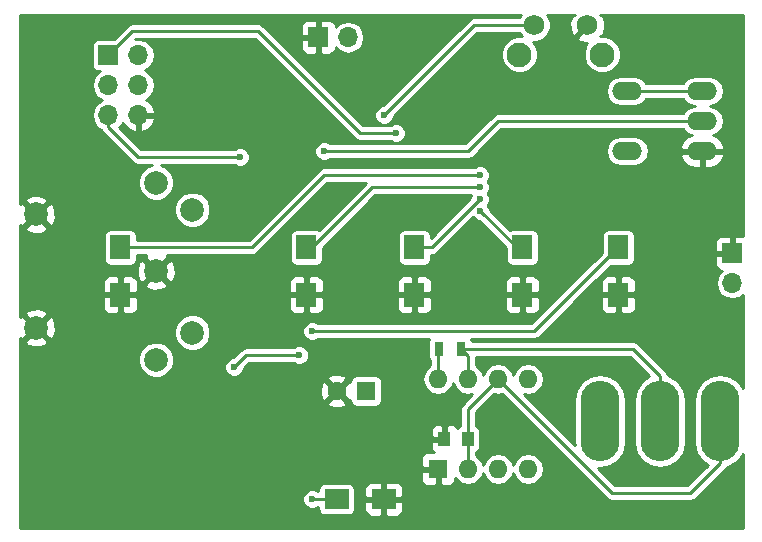
<source format=gbl>
G04 #@! TF.FileFunction,Copper,L2,Bot,Signal*
%FSLAX46Y46*%
G04 Gerber Fmt 4.6, Leading zero omitted, Abs format (unit mm)*
G04 Created by KiCad (PCBNEW 4.0.7-e2-6376~58~ubuntu17.04.1) date Sun Jan  7 16:58:37 2018*
%MOMM*%
%LPD*%
G01*
G04 APERTURE LIST*
%ADD10C,0.100000*%
%ADD11R,1.600000X1.600000*%
%ADD12O,1.600000X1.600000*%
%ADD13R,0.700000X1.300000*%
%ADD14R,1.700000X2.000000*%
%ADD15R,2.000000X1.700000*%
%ADD16R,1.000000X1.250000*%
%ADD17C,1.600000*%
%ADD18R,1.700000X1.700000*%
%ADD19O,1.700000X1.700000*%
%ADD20C,2.100000*%
%ADD21C,1.750000*%
%ADD22O,3.300000X6.800000*%
%ADD23C,2.000000*%
%ADD24O,2.540000X1.524000*%
%ADD25C,0.600000*%
%ADD26C,0.250000*%
%ADD27C,0.254000*%
G04 APERTURE END LIST*
D10*
D11*
X156972000Y-116332000D03*
D12*
X164592000Y-108712000D03*
X159512000Y-116332000D03*
X162052000Y-108712000D03*
X162052000Y-116332000D03*
X159512000Y-108712000D03*
X164592000Y-116332000D03*
X156972000Y-108712000D03*
D13*
X157038000Y-106172000D03*
X158938000Y-106172000D03*
D14*
X164084000Y-101568000D03*
X164084000Y-97568000D03*
X145796000Y-101568000D03*
X145796000Y-97568000D03*
X130048000Y-101568000D03*
X130048000Y-97568000D03*
X172212000Y-101568000D03*
X172212000Y-97568000D03*
X154940000Y-101568000D03*
X154940000Y-97568000D03*
D15*
X152368000Y-118872000D03*
X148368000Y-118872000D03*
D16*
X157496000Y-113792000D03*
X159496000Y-113792000D03*
D11*
X150876000Y-109728000D03*
D17*
X148376000Y-109728000D03*
D18*
X129032000Y-81280000D03*
D19*
X131572000Y-81280000D03*
X129032000Y-83820000D03*
X131572000Y-83820000D03*
X129032000Y-86360000D03*
X131572000Y-86360000D03*
D20*
X170860000Y-81230000D03*
D21*
X169600000Y-78740000D03*
X165100000Y-78740000D03*
D20*
X163850000Y-81230000D03*
D22*
X180848000Y-112268000D03*
X170688000Y-112268000D03*
X175768000Y-112268000D03*
D18*
X181864000Y-98044000D03*
D19*
X181864000Y-100584000D03*
D18*
X146812000Y-79756000D03*
D19*
X149352000Y-79756000D03*
D23*
X122936000Y-94768000D03*
X136156000Y-94368000D03*
X136156000Y-104768000D03*
X133096000Y-107068000D03*
X133096000Y-99568000D03*
X133096000Y-92068000D03*
X122936000Y-104368000D03*
D24*
X172974000Y-84328000D03*
X172974000Y-89408000D03*
X179324000Y-84328000D03*
X179324000Y-86868000D03*
X179324000Y-89408000D03*
D25*
X145222000Y-106680000D03*
X139700000Y-107696000D03*
X149479000Y-92329000D03*
X136906000Y-86360000D03*
X152400000Y-98044000D03*
X149860000Y-98552000D03*
X147828000Y-98552000D03*
X160528000Y-91440000D03*
X160528000Y-92456000D03*
X160528000Y-93472000D03*
X160528000Y-94488000D03*
X146304000Y-104648000D03*
X146304000Y-118872000D03*
X147320000Y-89408000D03*
X152400000Y-86360000D03*
X153416000Y-87884000D03*
X140208000Y-89916000D03*
D26*
X156972000Y-108712000D02*
X156972000Y-106238000D01*
X156972000Y-106238000D02*
X157038000Y-106172000D01*
X140716000Y-106680000D02*
X145288000Y-106680000D01*
X145222000Y-106680000D02*
X145288000Y-106680000D01*
X172974000Y-84328000D02*
X179324000Y-84328000D01*
X139700000Y-107696000D02*
X140716000Y-106680000D01*
X131572000Y-86360000D02*
X136906000Y-86360000D01*
X162052000Y-108712000D02*
X164592000Y-111252000D01*
X180848000Y-115824000D02*
X180848000Y-112268000D01*
X178308000Y-118364000D02*
X180848000Y-115824000D01*
X171704000Y-118364000D02*
X178308000Y-118364000D01*
X164592000Y-111252000D02*
X171704000Y-118364000D01*
X159496000Y-113792000D02*
X159496000Y-111268000D01*
X159496000Y-111268000D02*
X162052000Y-108712000D01*
X159496000Y-113792000D02*
X159496000Y-116316000D01*
X159496000Y-116316000D02*
X159512000Y-116332000D01*
X180848000Y-109728000D02*
X180848000Y-112268000D01*
X137160000Y-97568000D02*
X130048000Y-97568000D01*
X137160000Y-97568000D02*
X137160000Y-97568000D01*
X137160000Y-97568000D02*
X141192000Y-97568000D01*
X147320000Y-91440000D02*
X160528000Y-91440000D01*
X141192000Y-97568000D02*
X147320000Y-91440000D01*
X145796000Y-97568000D02*
X146272000Y-97568000D01*
X146272000Y-97568000D02*
X151384000Y-92456000D01*
X151384000Y-92456000D02*
X160528000Y-92456000D01*
X145796000Y-97568000D02*
X145796000Y-97028000D01*
X154940000Y-97568000D02*
X156432000Y-97568000D01*
X156432000Y-97568000D02*
X160528000Y-93472000D01*
X154940000Y-97568000D02*
X154940000Y-97028000D01*
X164084000Y-97568000D02*
X163608000Y-97568000D01*
X163608000Y-97568000D02*
X160528000Y-94488000D01*
X172212000Y-97568000D02*
X172180000Y-97568000D01*
X172180000Y-97568000D02*
X165100000Y-104648000D01*
X165100000Y-104648000D02*
X146304000Y-104648000D01*
X146304000Y-118872000D02*
X148368000Y-118872000D01*
X162052000Y-86868000D02*
X179324000Y-86868000D01*
X159512000Y-89408000D02*
X162052000Y-86868000D01*
X147320000Y-89408000D02*
X159512000Y-89408000D01*
X165100000Y-78740000D02*
X160020000Y-78740000D01*
X160020000Y-78740000D02*
X152400000Y-86360000D01*
X131064000Y-79248000D02*
X129032000Y-81280000D01*
X141732000Y-79248000D02*
X131064000Y-79248000D01*
X150368000Y-87884000D02*
X141732000Y-79248000D01*
X153416000Y-87884000D02*
X150368000Y-87884000D01*
X131572000Y-89916000D02*
X140208000Y-89916000D01*
X129032000Y-86360000D02*
X129032000Y-87376000D01*
X129032000Y-87376000D02*
X131572000Y-89916000D01*
X129032000Y-86360000D02*
X129032000Y-86868000D01*
X158938000Y-106172000D02*
X173482000Y-106172000D01*
X175768000Y-108458000D02*
X175768000Y-112268000D01*
X173482000Y-106172000D02*
X175768000Y-108458000D01*
X159512000Y-108712000D02*
X159512000Y-106746000D01*
X159512000Y-106746000D02*
X158938000Y-106172000D01*
D27*
G36*
X163912135Y-77944794D02*
X163852671Y-78088000D01*
X160020000Y-78088000D01*
X159770490Y-78137631D01*
X159558966Y-78278966D01*
X159558964Y-78278969D01*
X152305015Y-85532917D01*
X152236221Y-85532857D01*
X151932154Y-85658495D01*
X151699312Y-85890930D01*
X151573144Y-86194778D01*
X151572857Y-86523779D01*
X151698495Y-86827846D01*
X151930930Y-87060688D01*
X152234778Y-87186856D01*
X152563779Y-87187143D01*
X152867846Y-87061505D01*
X153100688Y-86829070D01*
X153226856Y-86525222D01*
X153226917Y-86455151D01*
X160290067Y-79392000D01*
X163852434Y-79392000D01*
X163910749Y-79533132D01*
X164030565Y-79653158D01*
X163537692Y-79652727D01*
X162957868Y-79892305D01*
X162513864Y-80335535D01*
X162273275Y-80914939D01*
X162272727Y-81542308D01*
X162512305Y-82122132D01*
X162955535Y-82566136D01*
X163534939Y-82806725D01*
X164162308Y-82807273D01*
X164742132Y-82567695D01*
X165186136Y-82124465D01*
X165426725Y-81545061D01*
X165427273Y-80917692D01*
X165187695Y-80337868D01*
X164992075Y-80141906D01*
X165377652Y-80142243D01*
X165893132Y-79929251D01*
X166287865Y-79535206D01*
X166501756Y-79020099D01*
X166502243Y-78462348D01*
X166289251Y-77946868D01*
X166193550Y-77851000D01*
X168531392Y-77851000D01*
X168537938Y-77857546D01*
X168284047Y-77940884D01*
X168078410Y-78505306D01*
X168104421Y-79105458D01*
X168284047Y-79539116D01*
X168537940Y-79622455D01*
X169420395Y-78740000D01*
X169406253Y-78725858D01*
X169585858Y-78546253D01*
X169600000Y-78560395D01*
X169614143Y-78546253D01*
X169793748Y-78725858D01*
X169779605Y-78740000D01*
X169793748Y-78754143D01*
X169614143Y-78933748D01*
X169600000Y-78919605D01*
X168717545Y-79802060D01*
X168800884Y-80055953D01*
X169365306Y-80261590D01*
X169608497Y-80251050D01*
X169523864Y-80335535D01*
X169283275Y-80914939D01*
X169282727Y-81542308D01*
X169522305Y-82122132D01*
X169965535Y-82566136D01*
X170544939Y-82806725D01*
X171172308Y-82807273D01*
X171752132Y-82567695D01*
X172196136Y-82124465D01*
X172436725Y-81545061D01*
X172437273Y-80917692D01*
X172197695Y-80337868D01*
X171754465Y-79893864D01*
X171175061Y-79653275D01*
X170692461Y-79652853D01*
X170662062Y-79622454D01*
X170915953Y-79539116D01*
X171121590Y-78974694D01*
X171095579Y-78374542D01*
X170915953Y-77940884D01*
X170662062Y-77857546D01*
X170668608Y-77851000D01*
X182753000Y-77851000D01*
X182753000Y-96559000D01*
X182149750Y-96559000D01*
X181991000Y-96717750D01*
X181991000Y-97917000D01*
X182011000Y-97917000D01*
X182011000Y-98171000D01*
X181991000Y-98171000D01*
X181991000Y-98191000D01*
X181737000Y-98191000D01*
X181737000Y-98171000D01*
X180537750Y-98171000D01*
X180379000Y-98329750D01*
X180379000Y-99020310D01*
X180475673Y-99253699D01*
X180654302Y-99432327D01*
X180887691Y-99529000D01*
X180985032Y-99529000D01*
X180863337Y-99610314D01*
X180564841Y-100057045D01*
X180460023Y-100584000D01*
X180564841Y-101110955D01*
X180863337Y-101557686D01*
X181310068Y-101856182D01*
X181837023Y-101961000D01*
X181890977Y-101961000D01*
X182417932Y-101856182D01*
X182753000Y-101632297D01*
X182753000Y-109448896D01*
X182387371Y-108901695D01*
X181681102Y-108429780D01*
X180848000Y-108264066D01*
X180014898Y-108429780D01*
X179308629Y-108901695D01*
X178836714Y-109607964D01*
X178671000Y-110441066D01*
X178671000Y-114094934D01*
X178836714Y-114928036D01*
X179308629Y-115634305D01*
X179792389Y-115957544D01*
X178037932Y-117712000D01*
X171974068Y-117712000D01*
X170495764Y-116233696D01*
X170688000Y-116271934D01*
X171521102Y-116106220D01*
X172227371Y-115634305D01*
X172699286Y-114928036D01*
X172865000Y-114094934D01*
X172865000Y-110441066D01*
X172699286Y-109607964D01*
X172227371Y-108901695D01*
X171521102Y-108429780D01*
X170688000Y-108264066D01*
X169854898Y-108429780D01*
X169148629Y-108901695D01*
X168676714Y-109607964D01*
X168511000Y-110441066D01*
X168511000Y-114094934D01*
X168549238Y-114287170D01*
X165053034Y-110790966D01*
X165053031Y-110790964D01*
X164261280Y-109999213D01*
X164592000Y-110064997D01*
X165099821Y-109963985D01*
X165530331Y-109676328D01*
X165817988Y-109245818D01*
X165919000Y-108737997D01*
X165919000Y-108686003D01*
X165817988Y-108178182D01*
X165530331Y-107747672D01*
X165099821Y-107460015D01*
X164592000Y-107359003D01*
X164084179Y-107460015D01*
X163653669Y-107747672D01*
X163366012Y-108178182D01*
X163322000Y-108399445D01*
X163277988Y-108178182D01*
X162990331Y-107747672D01*
X162559821Y-107460015D01*
X162052000Y-107359003D01*
X161544179Y-107460015D01*
X161113669Y-107747672D01*
X160826012Y-108178182D01*
X160782000Y-108399445D01*
X160737988Y-108178182D01*
X160450331Y-107747672D01*
X160164000Y-107556352D01*
X160164000Y-106824000D01*
X173211932Y-106824000D01*
X174864651Y-108476718D01*
X174228629Y-108901695D01*
X173756714Y-109607964D01*
X173591000Y-110441066D01*
X173591000Y-114094934D01*
X173756714Y-114928036D01*
X174228629Y-115634305D01*
X174934898Y-116106220D01*
X175768000Y-116271934D01*
X176601102Y-116106220D01*
X177307371Y-115634305D01*
X177779286Y-114928036D01*
X177945000Y-114094934D01*
X177945000Y-110441066D01*
X177779286Y-109607964D01*
X177307371Y-108901695D01*
X176601102Y-108429780D01*
X176406695Y-108391110D01*
X176370369Y-108208490D01*
X176229034Y-107996966D01*
X176229031Y-107996964D01*
X173943034Y-105710966D01*
X173731510Y-105569631D01*
X173690113Y-105561396D01*
X173482000Y-105519999D01*
X173481995Y-105520000D01*
X159824948Y-105520000D01*
X159788577Y-105326706D01*
X159771392Y-105300000D01*
X165099995Y-105300000D01*
X165100000Y-105300001D01*
X165308113Y-105258604D01*
X165349510Y-105250369D01*
X165561034Y-105109034D01*
X168816318Y-101853750D01*
X170727000Y-101853750D01*
X170727000Y-102694309D01*
X170823673Y-102927698D01*
X171002301Y-103106327D01*
X171235690Y-103203000D01*
X171926250Y-103203000D01*
X172085000Y-103044250D01*
X172085000Y-101695000D01*
X172339000Y-101695000D01*
X172339000Y-103044250D01*
X172497750Y-103203000D01*
X173188310Y-103203000D01*
X173421699Y-103106327D01*
X173600327Y-102927698D01*
X173697000Y-102694309D01*
X173697000Y-101853750D01*
X173538250Y-101695000D01*
X172339000Y-101695000D01*
X172085000Y-101695000D01*
X170885750Y-101695000D01*
X170727000Y-101853750D01*
X168816318Y-101853750D01*
X170228377Y-100441691D01*
X170727000Y-100441691D01*
X170727000Y-101282250D01*
X170885750Y-101441000D01*
X172085000Y-101441000D01*
X172085000Y-100091750D01*
X172339000Y-100091750D01*
X172339000Y-101441000D01*
X173538250Y-101441000D01*
X173697000Y-101282250D01*
X173697000Y-100441691D01*
X173600327Y-100208302D01*
X173421699Y-100029673D01*
X173188310Y-99933000D01*
X172497750Y-99933000D01*
X172339000Y-100091750D01*
X172085000Y-100091750D01*
X171926250Y-99933000D01*
X171235690Y-99933000D01*
X171002301Y-100029673D01*
X170823673Y-100208302D01*
X170727000Y-100441691D01*
X170228377Y-100441691D01*
X171564744Y-99105324D01*
X173062000Y-99105324D01*
X173257294Y-99068577D01*
X173436660Y-98953158D01*
X173556990Y-98777049D01*
X173599324Y-98568000D01*
X173599324Y-97067690D01*
X180379000Y-97067690D01*
X180379000Y-97758250D01*
X180537750Y-97917000D01*
X181737000Y-97917000D01*
X181737000Y-96717750D01*
X181578250Y-96559000D01*
X180887691Y-96559000D01*
X180654302Y-96655673D01*
X180475673Y-96834301D01*
X180379000Y-97067690D01*
X173599324Y-97067690D01*
X173599324Y-96568000D01*
X173562577Y-96372706D01*
X173447158Y-96193340D01*
X173271049Y-96073010D01*
X173062000Y-96030676D01*
X171362000Y-96030676D01*
X171166706Y-96067423D01*
X170987340Y-96182842D01*
X170867010Y-96358951D01*
X170824676Y-96568000D01*
X170824676Y-98001256D01*
X164829932Y-103996000D01*
X146821673Y-103996000D01*
X146773070Y-103947312D01*
X146469222Y-103821144D01*
X146140221Y-103820857D01*
X145836154Y-103946495D01*
X145603312Y-104178930D01*
X145477144Y-104482778D01*
X145476857Y-104811779D01*
X145602495Y-105115846D01*
X145834930Y-105348688D01*
X146138778Y-105474856D01*
X146467779Y-105475143D01*
X146771846Y-105349505D01*
X146821438Y-105300000D01*
X156201859Y-105300000D01*
X156193010Y-105312951D01*
X156150676Y-105522000D01*
X156150676Y-106822000D01*
X156187423Y-107017294D01*
X156302842Y-107196660D01*
X156320000Y-107208384D01*
X156320000Y-107556352D01*
X156033669Y-107747672D01*
X155746012Y-108178182D01*
X155645000Y-108686003D01*
X155645000Y-108737997D01*
X155746012Y-109245818D01*
X156033669Y-109676328D01*
X156464179Y-109963985D01*
X156972000Y-110064997D01*
X157479821Y-109963985D01*
X157910331Y-109676328D01*
X158197988Y-109245818D01*
X158242000Y-109024555D01*
X158286012Y-109245818D01*
X158573669Y-109676328D01*
X159004179Y-109963985D01*
X159512000Y-110064997D01*
X159842719Y-109999213D01*
X159034966Y-110806966D01*
X158893631Y-111018490D01*
X158893631Y-111018491D01*
X158843999Y-111268000D01*
X158844000Y-111268005D01*
X158844000Y-112658277D01*
X158800706Y-112666423D01*
X158621340Y-112781842D01*
X158560602Y-112870735D01*
X158534327Y-112807301D01*
X158355698Y-112628673D01*
X158122309Y-112532000D01*
X157781750Y-112532000D01*
X157623000Y-112690750D01*
X157623000Y-113665000D01*
X157643000Y-113665000D01*
X157643000Y-113919000D01*
X157623000Y-113919000D01*
X157623000Y-113939000D01*
X157369000Y-113939000D01*
X157369000Y-113919000D01*
X156519750Y-113919000D01*
X156361000Y-114077750D01*
X156361000Y-114543310D01*
X156457673Y-114776699D01*
X156577975Y-114897000D01*
X156045690Y-114897000D01*
X155812301Y-114993673D01*
X155633673Y-115172302D01*
X155537000Y-115405691D01*
X155537000Y-116046250D01*
X155695750Y-116205000D01*
X156845000Y-116205000D01*
X156845000Y-116185000D01*
X157099000Y-116185000D01*
X157099000Y-116205000D01*
X157119000Y-116205000D01*
X157119000Y-116459000D01*
X157099000Y-116459000D01*
X157099000Y-117608250D01*
X157257750Y-117767000D01*
X157898310Y-117767000D01*
X158131699Y-117670327D01*
X158310327Y-117491698D01*
X158407000Y-117258309D01*
X158407000Y-117046890D01*
X158573669Y-117296328D01*
X159004179Y-117583985D01*
X159512000Y-117684997D01*
X160019821Y-117583985D01*
X160450331Y-117296328D01*
X160737988Y-116865818D01*
X160782000Y-116644555D01*
X160826012Y-116865818D01*
X161113669Y-117296328D01*
X161544179Y-117583985D01*
X162052000Y-117684997D01*
X162559821Y-117583985D01*
X162990331Y-117296328D01*
X163277988Y-116865818D01*
X163322000Y-116644555D01*
X163366012Y-116865818D01*
X163653669Y-117296328D01*
X164084179Y-117583985D01*
X164592000Y-117684997D01*
X165099821Y-117583985D01*
X165530331Y-117296328D01*
X165817988Y-116865818D01*
X165919000Y-116357997D01*
X165919000Y-116306003D01*
X165817988Y-115798182D01*
X165530331Y-115367672D01*
X165099821Y-115080015D01*
X164592000Y-114979003D01*
X164084179Y-115080015D01*
X163653669Y-115367672D01*
X163366012Y-115798182D01*
X163322000Y-116019445D01*
X163277988Y-115798182D01*
X162990331Y-115367672D01*
X162559821Y-115080015D01*
X162052000Y-114979003D01*
X161544179Y-115080015D01*
X161113669Y-115367672D01*
X160826012Y-115798182D01*
X160782000Y-116019445D01*
X160737988Y-115798182D01*
X160450331Y-115367672D01*
X160148000Y-115165661D01*
X160148000Y-114925723D01*
X160191294Y-114917577D01*
X160370660Y-114802158D01*
X160490990Y-114626049D01*
X160533324Y-114417000D01*
X160533324Y-113167000D01*
X160496577Y-112971706D01*
X160381158Y-112792340D01*
X160205049Y-112672010D01*
X160148000Y-112660457D01*
X160148000Y-111538068D01*
X161692567Y-109993501D01*
X162052000Y-110064997D01*
X162411433Y-109993501D01*
X164130964Y-111713031D01*
X164130966Y-111713034D01*
X171242966Y-118825034D01*
X171454491Y-118966370D01*
X171704000Y-119016001D01*
X171704005Y-119016000D01*
X178307995Y-119016000D01*
X178308000Y-119016001D01*
X178516113Y-118974604D01*
X178557510Y-118966369D01*
X178769034Y-118825034D01*
X181309031Y-116285036D01*
X181309034Y-116285034D01*
X181389796Y-116164164D01*
X181681102Y-116106220D01*
X182387371Y-115634305D01*
X182753000Y-115087104D01*
X182753000Y-121285000D01*
X121539000Y-121285000D01*
X121539000Y-119035779D01*
X145476857Y-119035779D01*
X145602495Y-119339846D01*
X145834930Y-119572688D01*
X146138778Y-119698856D01*
X146467779Y-119699143D01*
X146771846Y-119573505D01*
X146821438Y-119524000D01*
X146830676Y-119524000D01*
X146830676Y-119722000D01*
X146867423Y-119917294D01*
X146982842Y-120096660D01*
X147158951Y-120216990D01*
X147368000Y-120259324D01*
X149368000Y-120259324D01*
X149563294Y-120222577D01*
X149742660Y-120107158D01*
X149862990Y-119931049D01*
X149905324Y-119722000D01*
X149905324Y-119157750D01*
X150733000Y-119157750D01*
X150733000Y-119848310D01*
X150829673Y-120081699D01*
X151008302Y-120260327D01*
X151241691Y-120357000D01*
X152082250Y-120357000D01*
X152241000Y-120198250D01*
X152241000Y-118999000D01*
X152495000Y-118999000D01*
X152495000Y-120198250D01*
X152653750Y-120357000D01*
X153494309Y-120357000D01*
X153727698Y-120260327D01*
X153906327Y-120081699D01*
X154003000Y-119848310D01*
X154003000Y-119157750D01*
X153844250Y-118999000D01*
X152495000Y-118999000D01*
X152241000Y-118999000D01*
X150891750Y-118999000D01*
X150733000Y-119157750D01*
X149905324Y-119157750D01*
X149905324Y-118022000D01*
X149881558Y-117895690D01*
X150733000Y-117895690D01*
X150733000Y-118586250D01*
X150891750Y-118745000D01*
X152241000Y-118745000D01*
X152241000Y-117545750D01*
X152495000Y-117545750D01*
X152495000Y-118745000D01*
X153844250Y-118745000D01*
X154003000Y-118586250D01*
X154003000Y-117895690D01*
X153906327Y-117662301D01*
X153727698Y-117483673D01*
X153494309Y-117387000D01*
X152653750Y-117387000D01*
X152495000Y-117545750D01*
X152241000Y-117545750D01*
X152082250Y-117387000D01*
X151241691Y-117387000D01*
X151008302Y-117483673D01*
X150829673Y-117662301D01*
X150733000Y-117895690D01*
X149881558Y-117895690D01*
X149868577Y-117826706D01*
X149753158Y-117647340D01*
X149577049Y-117527010D01*
X149368000Y-117484676D01*
X147368000Y-117484676D01*
X147172706Y-117521423D01*
X146993340Y-117636842D01*
X146873010Y-117812951D01*
X146830676Y-118022000D01*
X146830676Y-118220000D01*
X146821673Y-118220000D01*
X146773070Y-118171312D01*
X146469222Y-118045144D01*
X146140221Y-118044857D01*
X145836154Y-118170495D01*
X145603312Y-118402930D01*
X145477144Y-118706778D01*
X145476857Y-119035779D01*
X121539000Y-119035779D01*
X121539000Y-116617750D01*
X155537000Y-116617750D01*
X155537000Y-117258309D01*
X155633673Y-117491698D01*
X155812301Y-117670327D01*
X156045690Y-117767000D01*
X156686250Y-117767000D01*
X156845000Y-117608250D01*
X156845000Y-116459000D01*
X155695750Y-116459000D01*
X155537000Y-116617750D01*
X121539000Y-116617750D01*
X121539000Y-113040690D01*
X156361000Y-113040690D01*
X156361000Y-113506250D01*
X156519750Y-113665000D01*
X157369000Y-113665000D01*
X157369000Y-112690750D01*
X157210250Y-112532000D01*
X156869691Y-112532000D01*
X156636302Y-112628673D01*
X156457673Y-112807301D01*
X156361000Y-113040690D01*
X121539000Y-113040690D01*
X121539000Y-110735745D01*
X147547861Y-110735745D01*
X147621995Y-110981864D01*
X148159223Y-111174965D01*
X148729454Y-111147778D01*
X149130005Y-110981864D01*
X149204139Y-110735745D01*
X148376000Y-109907605D01*
X147547861Y-110735745D01*
X121539000Y-110735745D01*
X121539000Y-109511223D01*
X146929035Y-109511223D01*
X146956222Y-110081454D01*
X147122136Y-110482005D01*
X147368255Y-110556139D01*
X148196395Y-109728000D01*
X148555605Y-109728000D01*
X149383745Y-110556139D01*
X149538676Y-110509472D01*
X149538676Y-110528000D01*
X149575423Y-110723294D01*
X149690842Y-110902660D01*
X149866951Y-111022990D01*
X150076000Y-111065324D01*
X151676000Y-111065324D01*
X151871294Y-111028577D01*
X152050660Y-110913158D01*
X152170990Y-110737049D01*
X152213324Y-110528000D01*
X152213324Y-108928000D01*
X152176577Y-108732706D01*
X152061158Y-108553340D01*
X151885049Y-108433010D01*
X151676000Y-108390676D01*
X150076000Y-108390676D01*
X149880706Y-108427423D01*
X149701340Y-108542842D01*
X149581010Y-108718951D01*
X149538676Y-108928000D01*
X149538676Y-108946528D01*
X149383745Y-108899861D01*
X148555605Y-109728000D01*
X148196395Y-109728000D01*
X147368255Y-108899861D01*
X147122136Y-108973995D01*
X146929035Y-109511223D01*
X121539000Y-109511223D01*
X121539000Y-108720255D01*
X147547861Y-108720255D01*
X148376000Y-109548395D01*
X149204139Y-108720255D01*
X149130005Y-108474136D01*
X148592777Y-108281035D01*
X148022546Y-108308222D01*
X147621995Y-108474136D01*
X147547861Y-108720255D01*
X121539000Y-108720255D01*
X121539000Y-107370407D01*
X131568735Y-107370407D01*
X131800717Y-107931846D01*
X132229894Y-108361773D01*
X132790928Y-108594735D01*
X133398407Y-108595265D01*
X133959846Y-108363283D01*
X134389773Y-107934106D01*
X134420636Y-107859779D01*
X138872857Y-107859779D01*
X138998495Y-108163846D01*
X139230930Y-108396688D01*
X139534778Y-108522856D01*
X139863779Y-108523143D01*
X140167846Y-108397505D01*
X140400688Y-108165070D01*
X140526856Y-107861222D01*
X140526917Y-107791151D01*
X140986068Y-107332000D01*
X144704327Y-107332000D01*
X144752930Y-107380688D01*
X145056778Y-107506856D01*
X145385779Y-107507143D01*
X145689846Y-107381505D01*
X145922688Y-107149070D01*
X146048856Y-106845222D01*
X146049143Y-106516221D01*
X145923505Y-106212154D01*
X145691070Y-105979312D01*
X145387222Y-105853144D01*
X145058221Y-105852857D01*
X144754154Y-105978495D01*
X144704562Y-106028000D01*
X140716005Y-106028000D01*
X140716000Y-106027999D01*
X140507887Y-106069396D01*
X140466490Y-106077631D01*
X140325256Y-106172000D01*
X140254966Y-106218966D01*
X139605015Y-106868917D01*
X139536221Y-106868857D01*
X139232154Y-106994495D01*
X138999312Y-107226930D01*
X138873144Y-107530778D01*
X138872857Y-107859779D01*
X134420636Y-107859779D01*
X134622735Y-107373072D01*
X134623265Y-106765593D01*
X134391283Y-106204154D01*
X133962106Y-105774227D01*
X133401072Y-105541265D01*
X132793593Y-105540735D01*
X132232154Y-105772717D01*
X131802227Y-106201894D01*
X131569265Y-106762928D01*
X131568735Y-107370407D01*
X121539000Y-107370407D01*
X121539000Y-105520532D01*
X121963073Y-105520532D01*
X122061736Y-105787387D01*
X122671461Y-106013908D01*
X123321460Y-105989856D01*
X123810264Y-105787387D01*
X123908927Y-105520532D01*
X122936000Y-104547605D01*
X121963073Y-105520532D01*
X121539000Y-105520532D01*
X121539000Y-105250541D01*
X121783468Y-105340927D01*
X122756395Y-104368000D01*
X123115605Y-104368000D01*
X124088532Y-105340927D01*
X124355387Y-105242264D01*
X124419234Y-105070407D01*
X134628735Y-105070407D01*
X134860717Y-105631846D01*
X135289894Y-106061773D01*
X135850928Y-106294735D01*
X136458407Y-106295265D01*
X137019846Y-106063283D01*
X137449773Y-105634106D01*
X137682735Y-105073072D01*
X137683265Y-104465593D01*
X137451283Y-103904154D01*
X137022106Y-103474227D01*
X136461072Y-103241265D01*
X135853593Y-103240735D01*
X135292154Y-103472717D01*
X134862227Y-103901894D01*
X134629265Y-104462928D01*
X134628735Y-105070407D01*
X124419234Y-105070407D01*
X124581908Y-104632539D01*
X124557856Y-103982540D01*
X124355387Y-103493736D01*
X124088532Y-103395073D01*
X123115605Y-104368000D01*
X122756395Y-104368000D01*
X121783468Y-103395073D01*
X121539000Y-103485459D01*
X121539000Y-103215468D01*
X121963073Y-103215468D01*
X122936000Y-104188395D01*
X123908927Y-103215468D01*
X123810264Y-102948613D01*
X123200539Y-102722092D01*
X122550540Y-102746144D01*
X122061736Y-102948613D01*
X121963073Y-103215468D01*
X121539000Y-103215468D01*
X121539000Y-101853750D01*
X128563000Y-101853750D01*
X128563000Y-102694309D01*
X128659673Y-102927698D01*
X128838301Y-103106327D01*
X129071690Y-103203000D01*
X129762250Y-103203000D01*
X129921000Y-103044250D01*
X129921000Y-101695000D01*
X130175000Y-101695000D01*
X130175000Y-103044250D01*
X130333750Y-103203000D01*
X131024310Y-103203000D01*
X131257699Y-103106327D01*
X131436327Y-102927698D01*
X131533000Y-102694309D01*
X131533000Y-101853750D01*
X144311000Y-101853750D01*
X144311000Y-102694309D01*
X144407673Y-102927698D01*
X144586301Y-103106327D01*
X144819690Y-103203000D01*
X145510250Y-103203000D01*
X145669000Y-103044250D01*
X145669000Y-101695000D01*
X145923000Y-101695000D01*
X145923000Y-103044250D01*
X146081750Y-103203000D01*
X146772310Y-103203000D01*
X147005699Y-103106327D01*
X147184327Y-102927698D01*
X147281000Y-102694309D01*
X147281000Y-101853750D01*
X153455000Y-101853750D01*
X153455000Y-102694309D01*
X153551673Y-102927698D01*
X153730301Y-103106327D01*
X153963690Y-103203000D01*
X154654250Y-103203000D01*
X154813000Y-103044250D01*
X154813000Y-101695000D01*
X155067000Y-101695000D01*
X155067000Y-103044250D01*
X155225750Y-103203000D01*
X155916310Y-103203000D01*
X156149699Y-103106327D01*
X156328327Y-102927698D01*
X156425000Y-102694309D01*
X156425000Y-101853750D01*
X162599000Y-101853750D01*
X162599000Y-102694309D01*
X162695673Y-102927698D01*
X162874301Y-103106327D01*
X163107690Y-103203000D01*
X163798250Y-103203000D01*
X163957000Y-103044250D01*
X163957000Y-101695000D01*
X164211000Y-101695000D01*
X164211000Y-103044250D01*
X164369750Y-103203000D01*
X165060310Y-103203000D01*
X165293699Y-103106327D01*
X165472327Y-102927698D01*
X165569000Y-102694309D01*
X165569000Y-101853750D01*
X165410250Y-101695000D01*
X164211000Y-101695000D01*
X163957000Y-101695000D01*
X162757750Y-101695000D01*
X162599000Y-101853750D01*
X156425000Y-101853750D01*
X156266250Y-101695000D01*
X155067000Y-101695000D01*
X154813000Y-101695000D01*
X153613750Y-101695000D01*
X153455000Y-101853750D01*
X147281000Y-101853750D01*
X147122250Y-101695000D01*
X145923000Y-101695000D01*
X145669000Y-101695000D01*
X144469750Y-101695000D01*
X144311000Y-101853750D01*
X131533000Y-101853750D01*
X131374250Y-101695000D01*
X130175000Y-101695000D01*
X129921000Y-101695000D01*
X128721750Y-101695000D01*
X128563000Y-101853750D01*
X121539000Y-101853750D01*
X121539000Y-100441691D01*
X128563000Y-100441691D01*
X128563000Y-101282250D01*
X128721750Y-101441000D01*
X129921000Y-101441000D01*
X129921000Y-100091750D01*
X130175000Y-100091750D01*
X130175000Y-101441000D01*
X131374250Y-101441000D01*
X131533000Y-101282250D01*
X131533000Y-100720532D01*
X132123073Y-100720532D01*
X132221736Y-100987387D01*
X132831461Y-101213908D01*
X133481460Y-101189856D01*
X133970264Y-100987387D01*
X134068927Y-100720532D01*
X133096000Y-99747605D01*
X132123073Y-100720532D01*
X131533000Y-100720532D01*
X131533000Y-100441691D01*
X131436327Y-100208302D01*
X131257699Y-100029673D01*
X131024310Y-99933000D01*
X130333750Y-99933000D01*
X130175000Y-100091750D01*
X129921000Y-100091750D01*
X129762250Y-99933000D01*
X129071690Y-99933000D01*
X128838301Y-100029673D01*
X128659673Y-100208302D01*
X128563000Y-100441691D01*
X121539000Y-100441691D01*
X121539000Y-99303461D01*
X131450092Y-99303461D01*
X131474144Y-99953460D01*
X131676613Y-100442264D01*
X131943468Y-100540927D01*
X132916395Y-99568000D01*
X133275605Y-99568000D01*
X134248532Y-100540927D01*
X134515387Y-100442264D01*
X134515599Y-100441691D01*
X144311000Y-100441691D01*
X144311000Y-101282250D01*
X144469750Y-101441000D01*
X145669000Y-101441000D01*
X145669000Y-100091750D01*
X145923000Y-100091750D01*
X145923000Y-101441000D01*
X147122250Y-101441000D01*
X147281000Y-101282250D01*
X147281000Y-100441691D01*
X153455000Y-100441691D01*
X153455000Y-101282250D01*
X153613750Y-101441000D01*
X154813000Y-101441000D01*
X154813000Y-100091750D01*
X155067000Y-100091750D01*
X155067000Y-101441000D01*
X156266250Y-101441000D01*
X156425000Y-101282250D01*
X156425000Y-100441691D01*
X162599000Y-100441691D01*
X162599000Y-101282250D01*
X162757750Y-101441000D01*
X163957000Y-101441000D01*
X163957000Y-100091750D01*
X164211000Y-100091750D01*
X164211000Y-101441000D01*
X165410250Y-101441000D01*
X165569000Y-101282250D01*
X165569000Y-100441691D01*
X165472327Y-100208302D01*
X165293699Y-100029673D01*
X165060310Y-99933000D01*
X164369750Y-99933000D01*
X164211000Y-100091750D01*
X163957000Y-100091750D01*
X163798250Y-99933000D01*
X163107690Y-99933000D01*
X162874301Y-100029673D01*
X162695673Y-100208302D01*
X162599000Y-100441691D01*
X156425000Y-100441691D01*
X156328327Y-100208302D01*
X156149699Y-100029673D01*
X155916310Y-99933000D01*
X155225750Y-99933000D01*
X155067000Y-100091750D01*
X154813000Y-100091750D01*
X154654250Y-99933000D01*
X153963690Y-99933000D01*
X153730301Y-100029673D01*
X153551673Y-100208302D01*
X153455000Y-100441691D01*
X147281000Y-100441691D01*
X147184327Y-100208302D01*
X147005699Y-100029673D01*
X146772310Y-99933000D01*
X146081750Y-99933000D01*
X145923000Y-100091750D01*
X145669000Y-100091750D01*
X145510250Y-99933000D01*
X144819690Y-99933000D01*
X144586301Y-100029673D01*
X144407673Y-100208302D01*
X144311000Y-100441691D01*
X134515599Y-100441691D01*
X134741908Y-99832539D01*
X134717856Y-99182540D01*
X134515387Y-98693736D01*
X134248532Y-98595073D01*
X133275605Y-99568000D01*
X132916395Y-99568000D01*
X131943468Y-98595073D01*
X131676613Y-98693736D01*
X131450092Y-99303461D01*
X121539000Y-99303461D01*
X121539000Y-96568000D01*
X128660676Y-96568000D01*
X128660676Y-98568000D01*
X128697423Y-98763294D01*
X128812842Y-98942660D01*
X128988951Y-99062990D01*
X129198000Y-99105324D01*
X130898000Y-99105324D01*
X131093294Y-99068577D01*
X131272660Y-98953158D01*
X131392990Y-98777049D01*
X131435324Y-98568000D01*
X131435324Y-98220000D01*
X132195342Y-98220000D01*
X132123073Y-98415468D01*
X133096000Y-99388395D01*
X134068927Y-98415468D01*
X133996658Y-98220000D01*
X141191995Y-98220000D01*
X141192000Y-98220001D01*
X141400113Y-98178604D01*
X141441510Y-98170369D01*
X141653034Y-98029034D01*
X147590067Y-92092000D01*
X150825933Y-92092000D01*
X146846628Y-96071305D01*
X146646000Y-96030676D01*
X144946000Y-96030676D01*
X144750706Y-96067423D01*
X144571340Y-96182842D01*
X144451010Y-96358951D01*
X144408676Y-96568000D01*
X144408676Y-98568000D01*
X144445423Y-98763294D01*
X144560842Y-98942660D01*
X144736951Y-99062990D01*
X144946000Y-99105324D01*
X146646000Y-99105324D01*
X146841294Y-99068577D01*
X147020660Y-98953158D01*
X147140990Y-98777049D01*
X147183324Y-98568000D01*
X147183324Y-97578744D01*
X151654067Y-93108000D01*
X159783683Y-93108000D01*
X159701144Y-93306778D01*
X159701083Y-93376850D01*
X156327324Y-96750608D01*
X156327324Y-96568000D01*
X156290577Y-96372706D01*
X156175158Y-96193340D01*
X155999049Y-96073010D01*
X155790000Y-96030676D01*
X154090000Y-96030676D01*
X153894706Y-96067423D01*
X153715340Y-96182842D01*
X153595010Y-96358951D01*
X153552676Y-96568000D01*
X153552676Y-98568000D01*
X153589423Y-98763294D01*
X153704842Y-98942660D01*
X153880951Y-99062990D01*
X154090000Y-99105324D01*
X155790000Y-99105324D01*
X155985294Y-99068577D01*
X156164660Y-98953158D01*
X156284990Y-98777049D01*
X156327324Y-98568000D01*
X156327324Y-98220000D01*
X156431995Y-98220000D01*
X156432000Y-98220001D01*
X156640113Y-98178604D01*
X156681510Y-98170369D01*
X156893034Y-98029034D01*
X159896297Y-95025770D01*
X160058930Y-95188688D01*
X160362778Y-95314856D01*
X160432849Y-95314917D01*
X162696676Y-97578743D01*
X162696676Y-98568000D01*
X162733423Y-98763294D01*
X162848842Y-98942660D01*
X163024951Y-99062990D01*
X163234000Y-99105324D01*
X164934000Y-99105324D01*
X165129294Y-99068577D01*
X165308660Y-98953158D01*
X165428990Y-98777049D01*
X165471324Y-98568000D01*
X165471324Y-96568000D01*
X165434577Y-96372706D01*
X165319158Y-96193340D01*
X165143049Y-96073010D01*
X164934000Y-96030676D01*
X163234000Y-96030676D01*
X163038706Y-96067423D01*
X163033099Y-96071031D01*
X161355083Y-94393015D01*
X161355143Y-94324221D01*
X161229505Y-94020154D01*
X161189555Y-93980134D01*
X161228688Y-93941070D01*
X161354856Y-93637222D01*
X161355143Y-93308221D01*
X161229505Y-93004154D01*
X161189555Y-92964134D01*
X161228688Y-92925070D01*
X161354856Y-92621222D01*
X161355143Y-92292221D01*
X161229505Y-91988154D01*
X161189555Y-91948134D01*
X161228688Y-91909070D01*
X161354856Y-91605222D01*
X161355143Y-91276221D01*
X161229505Y-90972154D01*
X160997070Y-90739312D01*
X160693222Y-90613144D01*
X160364221Y-90612857D01*
X160060154Y-90738495D01*
X160010562Y-90788000D01*
X147320005Y-90788000D01*
X147320000Y-90787999D01*
X147070491Y-90837630D01*
X147070489Y-90837631D01*
X147070490Y-90837631D01*
X146858966Y-90978966D01*
X146858964Y-90978969D01*
X140921932Y-96916000D01*
X131435324Y-96916000D01*
X131435324Y-96568000D01*
X131398577Y-96372706D01*
X131283158Y-96193340D01*
X131107049Y-96073010D01*
X130898000Y-96030676D01*
X129198000Y-96030676D01*
X129002706Y-96067423D01*
X128823340Y-96182842D01*
X128703010Y-96358951D01*
X128660676Y-96568000D01*
X121539000Y-96568000D01*
X121539000Y-95920532D01*
X121963073Y-95920532D01*
X122061736Y-96187387D01*
X122671461Y-96413908D01*
X123321460Y-96389856D01*
X123810264Y-96187387D01*
X123908927Y-95920532D01*
X122936000Y-94947605D01*
X121963073Y-95920532D01*
X121539000Y-95920532D01*
X121539000Y-95650541D01*
X121783468Y-95740927D01*
X122756395Y-94768000D01*
X123115605Y-94768000D01*
X124088532Y-95740927D01*
X124355387Y-95642264D01*
X124581908Y-95032539D01*
X124568508Y-94670407D01*
X134628735Y-94670407D01*
X134860717Y-95231846D01*
X135289894Y-95661773D01*
X135850928Y-95894735D01*
X136458407Y-95895265D01*
X137019846Y-95663283D01*
X137449773Y-95234106D01*
X137682735Y-94673072D01*
X137683265Y-94065593D01*
X137451283Y-93504154D01*
X137022106Y-93074227D01*
X136461072Y-92841265D01*
X135853593Y-92840735D01*
X135292154Y-93072717D01*
X134862227Y-93501894D01*
X134629265Y-94062928D01*
X134628735Y-94670407D01*
X124568508Y-94670407D01*
X124557856Y-94382540D01*
X124355387Y-93893736D01*
X124088532Y-93795073D01*
X123115605Y-94768000D01*
X122756395Y-94768000D01*
X121783468Y-93795073D01*
X121539000Y-93885459D01*
X121539000Y-93615468D01*
X121963073Y-93615468D01*
X122936000Y-94588395D01*
X123908927Y-93615468D01*
X123810264Y-93348613D01*
X123200539Y-93122092D01*
X122550540Y-93146144D01*
X122061736Y-93348613D01*
X121963073Y-93615468D01*
X121539000Y-93615468D01*
X121539000Y-83820000D01*
X127628023Y-83820000D01*
X127732841Y-84346955D01*
X128031337Y-84793686D01*
X128474802Y-85090000D01*
X128031337Y-85386314D01*
X127732841Y-85833045D01*
X127628023Y-86360000D01*
X127732841Y-86886955D01*
X128031337Y-87333686D01*
X128423737Y-87595879D01*
X128429631Y-87625510D01*
X128492915Y-87720221D01*
X128570966Y-87837034D01*
X131110964Y-90377031D01*
X131110966Y-90377034D01*
X131322490Y-90518369D01*
X131572000Y-90568000D01*
X132727607Y-90568000D01*
X132232154Y-90772717D01*
X131802227Y-91201894D01*
X131569265Y-91762928D01*
X131568735Y-92370407D01*
X131800717Y-92931846D01*
X132229894Y-93361773D01*
X132790928Y-93594735D01*
X133398407Y-93595265D01*
X133959846Y-93363283D01*
X134389773Y-92934106D01*
X134622735Y-92373072D01*
X134623265Y-91765593D01*
X134391283Y-91204154D01*
X133962106Y-90774227D01*
X133465457Y-90568000D01*
X139690327Y-90568000D01*
X139738930Y-90616688D01*
X140042778Y-90742856D01*
X140371779Y-90743143D01*
X140675846Y-90617505D01*
X140908688Y-90385070D01*
X141034856Y-90081222D01*
X141035143Y-89752221D01*
X140960586Y-89571779D01*
X146492857Y-89571779D01*
X146618495Y-89875846D01*
X146850930Y-90108688D01*
X147154778Y-90234856D01*
X147483779Y-90235143D01*
X147787846Y-90109505D01*
X147837438Y-90060000D01*
X159511995Y-90060000D01*
X159512000Y-90060001D01*
X159720113Y-90018604D01*
X159761510Y-90010369D01*
X159973034Y-89869034D01*
X160434067Y-89408000D01*
X171141795Y-89408000D01*
X171239914Y-89901279D01*
X171519334Y-90319461D01*
X171937516Y-90598881D01*
X172430795Y-90697000D01*
X173517205Y-90697000D01*
X174010484Y-90598881D01*
X174428666Y-90319461D01*
X174708086Y-89901279D01*
X174737964Y-89751070D01*
X177461780Y-89751070D01*
X177476740Y-89825277D01*
X177738370Y-90306026D01*
X178164059Y-90650059D01*
X178689000Y-90805000D01*
X179197000Y-90805000D01*
X179197000Y-89535000D01*
X179451000Y-89535000D01*
X179451000Y-90805000D01*
X179959000Y-90805000D01*
X180483941Y-90650059D01*
X180909630Y-90306026D01*
X181171260Y-89825277D01*
X181186220Y-89751070D01*
X181063720Y-89535000D01*
X179451000Y-89535000D01*
X179197000Y-89535000D01*
X177584280Y-89535000D01*
X177461780Y-89751070D01*
X174737964Y-89751070D01*
X174806205Y-89408000D01*
X174708086Y-88914721D01*
X174428666Y-88496539D01*
X174010484Y-88217119D01*
X173517205Y-88119000D01*
X172430795Y-88119000D01*
X171937516Y-88217119D01*
X171519334Y-88496539D01*
X171239914Y-88914721D01*
X171141795Y-89408000D01*
X160434067Y-89408000D01*
X162322067Y-87520000D01*
X177695968Y-87520000D01*
X177869334Y-87779461D01*
X178287516Y-88058881D01*
X178430452Y-88087313D01*
X178164059Y-88165941D01*
X177738370Y-88509974D01*
X177476740Y-88990723D01*
X177461780Y-89064930D01*
X177584280Y-89281000D01*
X179197000Y-89281000D01*
X179197000Y-89261000D01*
X179451000Y-89261000D01*
X179451000Y-89281000D01*
X181063720Y-89281000D01*
X181186220Y-89064930D01*
X181171260Y-88990723D01*
X180909630Y-88509974D01*
X180483941Y-88165941D01*
X180217548Y-88087313D01*
X180360484Y-88058881D01*
X180778666Y-87779461D01*
X181058086Y-87361279D01*
X181156205Y-86868000D01*
X181058086Y-86374721D01*
X180778666Y-85956539D01*
X180360484Y-85677119D01*
X179962725Y-85598000D01*
X180360484Y-85518881D01*
X180778666Y-85239461D01*
X181058086Y-84821279D01*
X181156205Y-84328000D01*
X181058086Y-83834721D01*
X180778666Y-83416539D01*
X180360484Y-83137119D01*
X179867205Y-83039000D01*
X178780795Y-83039000D01*
X178287516Y-83137119D01*
X177869334Y-83416539D01*
X177695968Y-83676000D01*
X174602032Y-83676000D01*
X174428666Y-83416539D01*
X174010484Y-83137119D01*
X173517205Y-83039000D01*
X172430795Y-83039000D01*
X171937516Y-83137119D01*
X171519334Y-83416539D01*
X171239914Y-83834721D01*
X171141795Y-84328000D01*
X171239914Y-84821279D01*
X171519334Y-85239461D01*
X171937516Y-85518881D01*
X172430795Y-85617000D01*
X173517205Y-85617000D01*
X174010484Y-85518881D01*
X174428666Y-85239461D01*
X174602032Y-84980000D01*
X177695968Y-84980000D01*
X177869334Y-85239461D01*
X178287516Y-85518881D01*
X178685275Y-85598000D01*
X178287516Y-85677119D01*
X177869334Y-85956539D01*
X177695968Y-86216000D01*
X162052000Y-86216000D01*
X161802490Y-86265631D01*
X161590966Y-86406966D01*
X161590964Y-86406969D01*
X159241932Y-88756000D01*
X147837673Y-88756000D01*
X147789070Y-88707312D01*
X147485222Y-88581144D01*
X147156221Y-88580857D01*
X146852154Y-88706495D01*
X146619312Y-88938930D01*
X146493144Y-89242778D01*
X146492857Y-89571779D01*
X140960586Y-89571779D01*
X140909505Y-89448154D01*
X140677070Y-89215312D01*
X140373222Y-89089144D01*
X140044221Y-89088857D01*
X139740154Y-89214495D01*
X139690562Y-89264000D01*
X131842067Y-89264000D01*
X129960183Y-87382115D01*
X130032663Y-87333686D01*
X130250785Y-87007244D01*
X130300355Y-87126924D01*
X130690642Y-87555183D01*
X131215108Y-87801486D01*
X131445000Y-87680819D01*
X131445000Y-86487000D01*
X131699000Y-86487000D01*
X131699000Y-87680819D01*
X131928892Y-87801486D01*
X132453358Y-87555183D01*
X132843645Y-87126924D01*
X133013476Y-86716890D01*
X132892155Y-86487000D01*
X131699000Y-86487000D01*
X131445000Y-86487000D01*
X131425000Y-86487000D01*
X131425000Y-86233000D01*
X131445000Y-86233000D01*
X131445000Y-86213000D01*
X131699000Y-86213000D01*
X131699000Y-86233000D01*
X132892155Y-86233000D01*
X133013476Y-86003110D01*
X132843645Y-85593076D01*
X132453358Y-85164817D01*
X132197238Y-85044537D01*
X132572663Y-84793686D01*
X132871159Y-84346955D01*
X132975977Y-83820000D01*
X132871159Y-83293045D01*
X132572663Y-82846314D01*
X132129198Y-82550000D01*
X132572663Y-82253686D01*
X132871159Y-81806955D01*
X132975977Y-81280000D01*
X132871159Y-80753045D01*
X132572663Y-80306314D01*
X132125932Y-80007818D01*
X131598977Y-79903000D01*
X131545023Y-79903000D01*
X131277942Y-79956126D01*
X131334068Y-79900000D01*
X141461932Y-79900000D01*
X149906964Y-88345031D01*
X149906966Y-88345034D01*
X150118490Y-88486369D01*
X150368000Y-88536000D01*
X152898327Y-88536000D01*
X152946930Y-88584688D01*
X153250778Y-88710856D01*
X153579779Y-88711143D01*
X153883846Y-88585505D01*
X154116688Y-88353070D01*
X154242856Y-88049222D01*
X154243143Y-87720221D01*
X154117505Y-87416154D01*
X153885070Y-87183312D01*
X153581222Y-87057144D01*
X153252221Y-87056857D01*
X152948154Y-87182495D01*
X152898562Y-87232000D01*
X150638067Y-87232000D01*
X143447818Y-80041750D01*
X145327000Y-80041750D01*
X145327000Y-80732309D01*
X145423673Y-80965698D01*
X145602301Y-81144327D01*
X145835690Y-81241000D01*
X146526250Y-81241000D01*
X146685000Y-81082250D01*
X146685000Y-79883000D01*
X145485750Y-79883000D01*
X145327000Y-80041750D01*
X143447818Y-80041750D01*
X142193034Y-78786966D01*
X142182146Y-78779691D01*
X145327000Y-78779691D01*
X145327000Y-79470250D01*
X145485750Y-79629000D01*
X146685000Y-79629000D01*
X146685000Y-78429750D01*
X146939000Y-78429750D01*
X146939000Y-79629000D01*
X146959000Y-79629000D01*
X146959000Y-79883000D01*
X146939000Y-79883000D01*
X146939000Y-81082250D01*
X147097750Y-81241000D01*
X147788310Y-81241000D01*
X148021699Y-81144327D01*
X148200327Y-80965698D01*
X148297000Y-80732309D01*
X148297000Y-80634968D01*
X148378314Y-80756663D01*
X148825045Y-81055159D01*
X149352000Y-81159977D01*
X149878955Y-81055159D01*
X150325686Y-80756663D01*
X150624182Y-80309932D01*
X150729000Y-79782977D01*
X150729000Y-79729023D01*
X150624182Y-79202068D01*
X150325686Y-78755337D01*
X149878955Y-78456841D01*
X149352000Y-78352023D01*
X148825045Y-78456841D01*
X148378314Y-78755337D01*
X148297000Y-78877032D01*
X148297000Y-78779691D01*
X148200327Y-78546302D01*
X148021699Y-78367673D01*
X147788310Y-78271000D01*
X147097750Y-78271000D01*
X146939000Y-78429750D01*
X146685000Y-78429750D01*
X146526250Y-78271000D01*
X145835690Y-78271000D01*
X145602301Y-78367673D01*
X145423673Y-78546302D01*
X145327000Y-78779691D01*
X142182146Y-78779691D01*
X141981510Y-78645631D01*
X141940113Y-78637396D01*
X141732000Y-78595999D01*
X141731995Y-78596000D01*
X131064005Y-78596000D01*
X131064000Y-78595999D01*
X130855887Y-78637396D01*
X130814490Y-78645631D01*
X130613854Y-78779691D01*
X130602966Y-78786966D01*
X129497256Y-79892676D01*
X128182000Y-79892676D01*
X127986706Y-79929423D01*
X127807340Y-80044842D01*
X127687010Y-80220951D01*
X127644676Y-80430000D01*
X127644676Y-82130000D01*
X127681423Y-82325294D01*
X127796842Y-82504660D01*
X127972951Y-82624990D01*
X128182000Y-82667324D01*
X128299215Y-82667324D01*
X128031337Y-82846314D01*
X127732841Y-83293045D01*
X127628023Y-83820000D01*
X121539000Y-83820000D01*
X121539000Y-77851000D01*
X164006093Y-77851000D01*
X163912135Y-77944794D01*
X163912135Y-77944794D01*
G37*
X163912135Y-77944794D02*
X163852671Y-78088000D01*
X160020000Y-78088000D01*
X159770490Y-78137631D01*
X159558966Y-78278966D01*
X159558964Y-78278969D01*
X152305015Y-85532917D01*
X152236221Y-85532857D01*
X151932154Y-85658495D01*
X151699312Y-85890930D01*
X151573144Y-86194778D01*
X151572857Y-86523779D01*
X151698495Y-86827846D01*
X151930930Y-87060688D01*
X152234778Y-87186856D01*
X152563779Y-87187143D01*
X152867846Y-87061505D01*
X153100688Y-86829070D01*
X153226856Y-86525222D01*
X153226917Y-86455151D01*
X160290067Y-79392000D01*
X163852434Y-79392000D01*
X163910749Y-79533132D01*
X164030565Y-79653158D01*
X163537692Y-79652727D01*
X162957868Y-79892305D01*
X162513864Y-80335535D01*
X162273275Y-80914939D01*
X162272727Y-81542308D01*
X162512305Y-82122132D01*
X162955535Y-82566136D01*
X163534939Y-82806725D01*
X164162308Y-82807273D01*
X164742132Y-82567695D01*
X165186136Y-82124465D01*
X165426725Y-81545061D01*
X165427273Y-80917692D01*
X165187695Y-80337868D01*
X164992075Y-80141906D01*
X165377652Y-80142243D01*
X165893132Y-79929251D01*
X166287865Y-79535206D01*
X166501756Y-79020099D01*
X166502243Y-78462348D01*
X166289251Y-77946868D01*
X166193550Y-77851000D01*
X168531392Y-77851000D01*
X168537938Y-77857546D01*
X168284047Y-77940884D01*
X168078410Y-78505306D01*
X168104421Y-79105458D01*
X168284047Y-79539116D01*
X168537940Y-79622455D01*
X169420395Y-78740000D01*
X169406253Y-78725858D01*
X169585858Y-78546253D01*
X169600000Y-78560395D01*
X169614143Y-78546253D01*
X169793748Y-78725858D01*
X169779605Y-78740000D01*
X169793748Y-78754143D01*
X169614143Y-78933748D01*
X169600000Y-78919605D01*
X168717545Y-79802060D01*
X168800884Y-80055953D01*
X169365306Y-80261590D01*
X169608497Y-80251050D01*
X169523864Y-80335535D01*
X169283275Y-80914939D01*
X169282727Y-81542308D01*
X169522305Y-82122132D01*
X169965535Y-82566136D01*
X170544939Y-82806725D01*
X171172308Y-82807273D01*
X171752132Y-82567695D01*
X172196136Y-82124465D01*
X172436725Y-81545061D01*
X172437273Y-80917692D01*
X172197695Y-80337868D01*
X171754465Y-79893864D01*
X171175061Y-79653275D01*
X170692461Y-79652853D01*
X170662062Y-79622454D01*
X170915953Y-79539116D01*
X171121590Y-78974694D01*
X171095579Y-78374542D01*
X170915953Y-77940884D01*
X170662062Y-77857546D01*
X170668608Y-77851000D01*
X182753000Y-77851000D01*
X182753000Y-96559000D01*
X182149750Y-96559000D01*
X181991000Y-96717750D01*
X181991000Y-97917000D01*
X182011000Y-97917000D01*
X182011000Y-98171000D01*
X181991000Y-98171000D01*
X181991000Y-98191000D01*
X181737000Y-98191000D01*
X181737000Y-98171000D01*
X180537750Y-98171000D01*
X180379000Y-98329750D01*
X180379000Y-99020310D01*
X180475673Y-99253699D01*
X180654302Y-99432327D01*
X180887691Y-99529000D01*
X180985032Y-99529000D01*
X180863337Y-99610314D01*
X180564841Y-100057045D01*
X180460023Y-100584000D01*
X180564841Y-101110955D01*
X180863337Y-101557686D01*
X181310068Y-101856182D01*
X181837023Y-101961000D01*
X181890977Y-101961000D01*
X182417932Y-101856182D01*
X182753000Y-101632297D01*
X182753000Y-109448896D01*
X182387371Y-108901695D01*
X181681102Y-108429780D01*
X180848000Y-108264066D01*
X180014898Y-108429780D01*
X179308629Y-108901695D01*
X178836714Y-109607964D01*
X178671000Y-110441066D01*
X178671000Y-114094934D01*
X178836714Y-114928036D01*
X179308629Y-115634305D01*
X179792389Y-115957544D01*
X178037932Y-117712000D01*
X171974068Y-117712000D01*
X170495764Y-116233696D01*
X170688000Y-116271934D01*
X171521102Y-116106220D01*
X172227371Y-115634305D01*
X172699286Y-114928036D01*
X172865000Y-114094934D01*
X172865000Y-110441066D01*
X172699286Y-109607964D01*
X172227371Y-108901695D01*
X171521102Y-108429780D01*
X170688000Y-108264066D01*
X169854898Y-108429780D01*
X169148629Y-108901695D01*
X168676714Y-109607964D01*
X168511000Y-110441066D01*
X168511000Y-114094934D01*
X168549238Y-114287170D01*
X165053034Y-110790966D01*
X165053031Y-110790964D01*
X164261280Y-109999213D01*
X164592000Y-110064997D01*
X165099821Y-109963985D01*
X165530331Y-109676328D01*
X165817988Y-109245818D01*
X165919000Y-108737997D01*
X165919000Y-108686003D01*
X165817988Y-108178182D01*
X165530331Y-107747672D01*
X165099821Y-107460015D01*
X164592000Y-107359003D01*
X164084179Y-107460015D01*
X163653669Y-107747672D01*
X163366012Y-108178182D01*
X163322000Y-108399445D01*
X163277988Y-108178182D01*
X162990331Y-107747672D01*
X162559821Y-107460015D01*
X162052000Y-107359003D01*
X161544179Y-107460015D01*
X161113669Y-107747672D01*
X160826012Y-108178182D01*
X160782000Y-108399445D01*
X160737988Y-108178182D01*
X160450331Y-107747672D01*
X160164000Y-107556352D01*
X160164000Y-106824000D01*
X173211932Y-106824000D01*
X174864651Y-108476718D01*
X174228629Y-108901695D01*
X173756714Y-109607964D01*
X173591000Y-110441066D01*
X173591000Y-114094934D01*
X173756714Y-114928036D01*
X174228629Y-115634305D01*
X174934898Y-116106220D01*
X175768000Y-116271934D01*
X176601102Y-116106220D01*
X177307371Y-115634305D01*
X177779286Y-114928036D01*
X177945000Y-114094934D01*
X177945000Y-110441066D01*
X177779286Y-109607964D01*
X177307371Y-108901695D01*
X176601102Y-108429780D01*
X176406695Y-108391110D01*
X176370369Y-108208490D01*
X176229034Y-107996966D01*
X176229031Y-107996964D01*
X173943034Y-105710966D01*
X173731510Y-105569631D01*
X173690113Y-105561396D01*
X173482000Y-105519999D01*
X173481995Y-105520000D01*
X159824948Y-105520000D01*
X159788577Y-105326706D01*
X159771392Y-105300000D01*
X165099995Y-105300000D01*
X165100000Y-105300001D01*
X165308113Y-105258604D01*
X165349510Y-105250369D01*
X165561034Y-105109034D01*
X168816318Y-101853750D01*
X170727000Y-101853750D01*
X170727000Y-102694309D01*
X170823673Y-102927698D01*
X171002301Y-103106327D01*
X171235690Y-103203000D01*
X171926250Y-103203000D01*
X172085000Y-103044250D01*
X172085000Y-101695000D01*
X172339000Y-101695000D01*
X172339000Y-103044250D01*
X172497750Y-103203000D01*
X173188310Y-103203000D01*
X173421699Y-103106327D01*
X173600327Y-102927698D01*
X173697000Y-102694309D01*
X173697000Y-101853750D01*
X173538250Y-101695000D01*
X172339000Y-101695000D01*
X172085000Y-101695000D01*
X170885750Y-101695000D01*
X170727000Y-101853750D01*
X168816318Y-101853750D01*
X170228377Y-100441691D01*
X170727000Y-100441691D01*
X170727000Y-101282250D01*
X170885750Y-101441000D01*
X172085000Y-101441000D01*
X172085000Y-100091750D01*
X172339000Y-100091750D01*
X172339000Y-101441000D01*
X173538250Y-101441000D01*
X173697000Y-101282250D01*
X173697000Y-100441691D01*
X173600327Y-100208302D01*
X173421699Y-100029673D01*
X173188310Y-99933000D01*
X172497750Y-99933000D01*
X172339000Y-100091750D01*
X172085000Y-100091750D01*
X171926250Y-99933000D01*
X171235690Y-99933000D01*
X171002301Y-100029673D01*
X170823673Y-100208302D01*
X170727000Y-100441691D01*
X170228377Y-100441691D01*
X171564744Y-99105324D01*
X173062000Y-99105324D01*
X173257294Y-99068577D01*
X173436660Y-98953158D01*
X173556990Y-98777049D01*
X173599324Y-98568000D01*
X173599324Y-97067690D01*
X180379000Y-97067690D01*
X180379000Y-97758250D01*
X180537750Y-97917000D01*
X181737000Y-97917000D01*
X181737000Y-96717750D01*
X181578250Y-96559000D01*
X180887691Y-96559000D01*
X180654302Y-96655673D01*
X180475673Y-96834301D01*
X180379000Y-97067690D01*
X173599324Y-97067690D01*
X173599324Y-96568000D01*
X173562577Y-96372706D01*
X173447158Y-96193340D01*
X173271049Y-96073010D01*
X173062000Y-96030676D01*
X171362000Y-96030676D01*
X171166706Y-96067423D01*
X170987340Y-96182842D01*
X170867010Y-96358951D01*
X170824676Y-96568000D01*
X170824676Y-98001256D01*
X164829932Y-103996000D01*
X146821673Y-103996000D01*
X146773070Y-103947312D01*
X146469222Y-103821144D01*
X146140221Y-103820857D01*
X145836154Y-103946495D01*
X145603312Y-104178930D01*
X145477144Y-104482778D01*
X145476857Y-104811779D01*
X145602495Y-105115846D01*
X145834930Y-105348688D01*
X146138778Y-105474856D01*
X146467779Y-105475143D01*
X146771846Y-105349505D01*
X146821438Y-105300000D01*
X156201859Y-105300000D01*
X156193010Y-105312951D01*
X156150676Y-105522000D01*
X156150676Y-106822000D01*
X156187423Y-107017294D01*
X156302842Y-107196660D01*
X156320000Y-107208384D01*
X156320000Y-107556352D01*
X156033669Y-107747672D01*
X155746012Y-108178182D01*
X155645000Y-108686003D01*
X155645000Y-108737997D01*
X155746012Y-109245818D01*
X156033669Y-109676328D01*
X156464179Y-109963985D01*
X156972000Y-110064997D01*
X157479821Y-109963985D01*
X157910331Y-109676328D01*
X158197988Y-109245818D01*
X158242000Y-109024555D01*
X158286012Y-109245818D01*
X158573669Y-109676328D01*
X159004179Y-109963985D01*
X159512000Y-110064997D01*
X159842719Y-109999213D01*
X159034966Y-110806966D01*
X158893631Y-111018490D01*
X158893631Y-111018491D01*
X158843999Y-111268000D01*
X158844000Y-111268005D01*
X158844000Y-112658277D01*
X158800706Y-112666423D01*
X158621340Y-112781842D01*
X158560602Y-112870735D01*
X158534327Y-112807301D01*
X158355698Y-112628673D01*
X158122309Y-112532000D01*
X157781750Y-112532000D01*
X157623000Y-112690750D01*
X157623000Y-113665000D01*
X157643000Y-113665000D01*
X157643000Y-113919000D01*
X157623000Y-113919000D01*
X157623000Y-113939000D01*
X157369000Y-113939000D01*
X157369000Y-113919000D01*
X156519750Y-113919000D01*
X156361000Y-114077750D01*
X156361000Y-114543310D01*
X156457673Y-114776699D01*
X156577975Y-114897000D01*
X156045690Y-114897000D01*
X155812301Y-114993673D01*
X155633673Y-115172302D01*
X155537000Y-115405691D01*
X155537000Y-116046250D01*
X155695750Y-116205000D01*
X156845000Y-116205000D01*
X156845000Y-116185000D01*
X157099000Y-116185000D01*
X157099000Y-116205000D01*
X157119000Y-116205000D01*
X157119000Y-116459000D01*
X157099000Y-116459000D01*
X157099000Y-117608250D01*
X157257750Y-117767000D01*
X157898310Y-117767000D01*
X158131699Y-117670327D01*
X158310327Y-117491698D01*
X158407000Y-117258309D01*
X158407000Y-117046890D01*
X158573669Y-117296328D01*
X159004179Y-117583985D01*
X159512000Y-117684997D01*
X160019821Y-117583985D01*
X160450331Y-117296328D01*
X160737988Y-116865818D01*
X160782000Y-116644555D01*
X160826012Y-116865818D01*
X161113669Y-117296328D01*
X161544179Y-117583985D01*
X162052000Y-117684997D01*
X162559821Y-117583985D01*
X162990331Y-117296328D01*
X163277988Y-116865818D01*
X163322000Y-116644555D01*
X163366012Y-116865818D01*
X163653669Y-117296328D01*
X164084179Y-117583985D01*
X164592000Y-117684997D01*
X165099821Y-117583985D01*
X165530331Y-117296328D01*
X165817988Y-116865818D01*
X165919000Y-116357997D01*
X165919000Y-116306003D01*
X165817988Y-115798182D01*
X165530331Y-115367672D01*
X165099821Y-115080015D01*
X164592000Y-114979003D01*
X164084179Y-115080015D01*
X163653669Y-115367672D01*
X163366012Y-115798182D01*
X163322000Y-116019445D01*
X163277988Y-115798182D01*
X162990331Y-115367672D01*
X162559821Y-115080015D01*
X162052000Y-114979003D01*
X161544179Y-115080015D01*
X161113669Y-115367672D01*
X160826012Y-115798182D01*
X160782000Y-116019445D01*
X160737988Y-115798182D01*
X160450331Y-115367672D01*
X160148000Y-115165661D01*
X160148000Y-114925723D01*
X160191294Y-114917577D01*
X160370660Y-114802158D01*
X160490990Y-114626049D01*
X160533324Y-114417000D01*
X160533324Y-113167000D01*
X160496577Y-112971706D01*
X160381158Y-112792340D01*
X160205049Y-112672010D01*
X160148000Y-112660457D01*
X160148000Y-111538068D01*
X161692567Y-109993501D01*
X162052000Y-110064997D01*
X162411433Y-109993501D01*
X164130964Y-111713031D01*
X164130966Y-111713034D01*
X171242966Y-118825034D01*
X171454491Y-118966370D01*
X171704000Y-119016001D01*
X171704005Y-119016000D01*
X178307995Y-119016000D01*
X178308000Y-119016001D01*
X178516113Y-118974604D01*
X178557510Y-118966369D01*
X178769034Y-118825034D01*
X181309031Y-116285036D01*
X181309034Y-116285034D01*
X181389796Y-116164164D01*
X181681102Y-116106220D01*
X182387371Y-115634305D01*
X182753000Y-115087104D01*
X182753000Y-121285000D01*
X121539000Y-121285000D01*
X121539000Y-119035779D01*
X145476857Y-119035779D01*
X145602495Y-119339846D01*
X145834930Y-119572688D01*
X146138778Y-119698856D01*
X146467779Y-119699143D01*
X146771846Y-119573505D01*
X146821438Y-119524000D01*
X146830676Y-119524000D01*
X146830676Y-119722000D01*
X146867423Y-119917294D01*
X146982842Y-120096660D01*
X147158951Y-120216990D01*
X147368000Y-120259324D01*
X149368000Y-120259324D01*
X149563294Y-120222577D01*
X149742660Y-120107158D01*
X149862990Y-119931049D01*
X149905324Y-119722000D01*
X149905324Y-119157750D01*
X150733000Y-119157750D01*
X150733000Y-119848310D01*
X150829673Y-120081699D01*
X151008302Y-120260327D01*
X151241691Y-120357000D01*
X152082250Y-120357000D01*
X152241000Y-120198250D01*
X152241000Y-118999000D01*
X152495000Y-118999000D01*
X152495000Y-120198250D01*
X152653750Y-120357000D01*
X153494309Y-120357000D01*
X153727698Y-120260327D01*
X153906327Y-120081699D01*
X154003000Y-119848310D01*
X154003000Y-119157750D01*
X153844250Y-118999000D01*
X152495000Y-118999000D01*
X152241000Y-118999000D01*
X150891750Y-118999000D01*
X150733000Y-119157750D01*
X149905324Y-119157750D01*
X149905324Y-118022000D01*
X149881558Y-117895690D01*
X150733000Y-117895690D01*
X150733000Y-118586250D01*
X150891750Y-118745000D01*
X152241000Y-118745000D01*
X152241000Y-117545750D01*
X152495000Y-117545750D01*
X152495000Y-118745000D01*
X153844250Y-118745000D01*
X154003000Y-118586250D01*
X154003000Y-117895690D01*
X153906327Y-117662301D01*
X153727698Y-117483673D01*
X153494309Y-117387000D01*
X152653750Y-117387000D01*
X152495000Y-117545750D01*
X152241000Y-117545750D01*
X152082250Y-117387000D01*
X151241691Y-117387000D01*
X151008302Y-117483673D01*
X150829673Y-117662301D01*
X150733000Y-117895690D01*
X149881558Y-117895690D01*
X149868577Y-117826706D01*
X149753158Y-117647340D01*
X149577049Y-117527010D01*
X149368000Y-117484676D01*
X147368000Y-117484676D01*
X147172706Y-117521423D01*
X146993340Y-117636842D01*
X146873010Y-117812951D01*
X146830676Y-118022000D01*
X146830676Y-118220000D01*
X146821673Y-118220000D01*
X146773070Y-118171312D01*
X146469222Y-118045144D01*
X146140221Y-118044857D01*
X145836154Y-118170495D01*
X145603312Y-118402930D01*
X145477144Y-118706778D01*
X145476857Y-119035779D01*
X121539000Y-119035779D01*
X121539000Y-116617750D01*
X155537000Y-116617750D01*
X155537000Y-117258309D01*
X155633673Y-117491698D01*
X155812301Y-117670327D01*
X156045690Y-117767000D01*
X156686250Y-117767000D01*
X156845000Y-117608250D01*
X156845000Y-116459000D01*
X155695750Y-116459000D01*
X155537000Y-116617750D01*
X121539000Y-116617750D01*
X121539000Y-113040690D01*
X156361000Y-113040690D01*
X156361000Y-113506250D01*
X156519750Y-113665000D01*
X157369000Y-113665000D01*
X157369000Y-112690750D01*
X157210250Y-112532000D01*
X156869691Y-112532000D01*
X156636302Y-112628673D01*
X156457673Y-112807301D01*
X156361000Y-113040690D01*
X121539000Y-113040690D01*
X121539000Y-110735745D01*
X147547861Y-110735745D01*
X147621995Y-110981864D01*
X148159223Y-111174965D01*
X148729454Y-111147778D01*
X149130005Y-110981864D01*
X149204139Y-110735745D01*
X148376000Y-109907605D01*
X147547861Y-110735745D01*
X121539000Y-110735745D01*
X121539000Y-109511223D01*
X146929035Y-109511223D01*
X146956222Y-110081454D01*
X147122136Y-110482005D01*
X147368255Y-110556139D01*
X148196395Y-109728000D01*
X148555605Y-109728000D01*
X149383745Y-110556139D01*
X149538676Y-110509472D01*
X149538676Y-110528000D01*
X149575423Y-110723294D01*
X149690842Y-110902660D01*
X149866951Y-111022990D01*
X150076000Y-111065324D01*
X151676000Y-111065324D01*
X151871294Y-111028577D01*
X152050660Y-110913158D01*
X152170990Y-110737049D01*
X152213324Y-110528000D01*
X152213324Y-108928000D01*
X152176577Y-108732706D01*
X152061158Y-108553340D01*
X151885049Y-108433010D01*
X151676000Y-108390676D01*
X150076000Y-108390676D01*
X149880706Y-108427423D01*
X149701340Y-108542842D01*
X149581010Y-108718951D01*
X149538676Y-108928000D01*
X149538676Y-108946528D01*
X149383745Y-108899861D01*
X148555605Y-109728000D01*
X148196395Y-109728000D01*
X147368255Y-108899861D01*
X147122136Y-108973995D01*
X146929035Y-109511223D01*
X121539000Y-109511223D01*
X121539000Y-108720255D01*
X147547861Y-108720255D01*
X148376000Y-109548395D01*
X149204139Y-108720255D01*
X149130005Y-108474136D01*
X148592777Y-108281035D01*
X148022546Y-108308222D01*
X147621995Y-108474136D01*
X147547861Y-108720255D01*
X121539000Y-108720255D01*
X121539000Y-107370407D01*
X131568735Y-107370407D01*
X131800717Y-107931846D01*
X132229894Y-108361773D01*
X132790928Y-108594735D01*
X133398407Y-108595265D01*
X133959846Y-108363283D01*
X134389773Y-107934106D01*
X134420636Y-107859779D01*
X138872857Y-107859779D01*
X138998495Y-108163846D01*
X139230930Y-108396688D01*
X139534778Y-108522856D01*
X139863779Y-108523143D01*
X140167846Y-108397505D01*
X140400688Y-108165070D01*
X140526856Y-107861222D01*
X140526917Y-107791151D01*
X140986068Y-107332000D01*
X144704327Y-107332000D01*
X144752930Y-107380688D01*
X145056778Y-107506856D01*
X145385779Y-107507143D01*
X145689846Y-107381505D01*
X145922688Y-107149070D01*
X146048856Y-106845222D01*
X146049143Y-106516221D01*
X145923505Y-106212154D01*
X145691070Y-105979312D01*
X145387222Y-105853144D01*
X145058221Y-105852857D01*
X144754154Y-105978495D01*
X144704562Y-106028000D01*
X140716005Y-106028000D01*
X140716000Y-106027999D01*
X140507887Y-106069396D01*
X140466490Y-106077631D01*
X140325256Y-106172000D01*
X140254966Y-106218966D01*
X139605015Y-106868917D01*
X139536221Y-106868857D01*
X139232154Y-106994495D01*
X138999312Y-107226930D01*
X138873144Y-107530778D01*
X138872857Y-107859779D01*
X134420636Y-107859779D01*
X134622735Y-107373072D01*
X134623265Y-106765593D01*
X134391283Y-106204154D01*
X133962106Y-105774227D01*
X133401072Y-105541265D01*
X132793593Y-105540735D01*
X132232154Y-105772717D01*
X131802227Y-106201894D01*
X131569265Y-106762928D01*
X131568735Y-107370407D01*
X121539000Y-107370407D01*
X121539000Y-105520532D01*
X121963073Y-105520532D01*
X122061736Y-105787387D01*
X122671461Y-106013908D01*
X123321460Y-105989856D01*
X123810264Y-105787387D01*
X123908927Y-105520532D01*
X122936000Y-104547605D01*
X121963073Y-105520532D01*
X121539000Y-105520532D01*
X121539000Y-105250541D01*
X121783468Y-105340927D01*
X122756395Y-104368000D01*
X123115605Y-104368000D01*
X124088532Y-105340927D01*
X124355387Y-105242264D01*
X124419234Y-105070407D01*
X134628735Y-105070407D01*
X134860717Y-105631846D01*
X135289894Y-106061773D01*
X135850928Y-106294735D01*
X136458407Y-106295265D01*
X137019846Y-106063283D01*
X137449773Y-105634106D01*
X137682735Y-105073072D01*
X137683265Y-104465593D01*
X137451283Y-103904154D01*
X137022106Y-103474227D01*
X136461072Y-103241265D01*
X135853593Y-103240735D01*
X135292154Y-103472717D01*
X134862227Y-103901894D01*
X134629265Y-104462928D01*
X134628735Y-105070407D01*
X124419234Y-105070407D01*
X124581908Y-104632539D01*
X124557856Y-103982540D01*
X124355387Y-103493736D01*
X124088532Y-103395073D01*
X123115605Y-104368000D01*
X122756395Y-104368000D01*
X121783468Y-103395073D01*
X121539000Y-103485459D01*
X121539000Y-103215468D01*
X121963073Y-103215468D01*
X122936000Y-104188395D01*
X123908927Y-103215468D01*
X123810264Y-102948613D01*
X123200539Y-102722092D01*
X122550540Y-102746144D01*
X122061736Y-102948613D01*
X121963073Y-103215468D01*
X121539000Y-103215468D01*
X121539000Y-101853750D01*
X128563000Y-101853750D01*
X128563000Y-102694309D01*
X128659673Y-102927698D01*
X128838301Y-103106327D01*
X129071690Y-103203000D01*
X129762250Y-103203000D01*
X129921000Y-103044250D01*
X129921000Y-101695000D01*
X130175000Y-101695000D01*
X130175000Y-103044250D01*
X130333750Y-103203000D01*
X131024310Y-103203000D01*
X131257699Y-103106327D01*
X131436327Y-102927698D01*
X131533000Y-102694309D01*
X131533000Y-101853750D01*
X144311000Y-101853750D01*
X144311000Y-102694309D01*
X144407673Y-102927698D01*
X144586301Y-103106327D01*
X144819690Y-103203000D01*
X145510250Y-103203000D01*
X145669000Y-103044250D01*
X145669000Y-101695000D01*
X145923000Y-101695000D01*
X145923000Y-103044250D01*
X146081750Y-103203000D01*
X146772310Y-103203000D01*
X147005699Y-103106327D01*
X147184327Y-102927698D01*
X147281000Y-102694309D01*
X147281000Y-101853750D01*
X153455000Y-101853750D01*
X153455000Y-102694309D01*
X153551673Y-102927698D01*
X153730301Y-103106327D01*
X153963690Y-103203000D01*
X154654250Y-103203000D01*
X154813000Y-103044250D01*
X154813000Y-101695000D01*
X155067000Y-101695000D01*
X155067000Y-103044250D01*
X155225750Y-103203000D01*
X155916310Y-103203000D01*
X156149699Y-103106327D01*
X156328327Y-102927698D01*
X156425000Y-102694309D01*
X156425000Y-101853750D01*
X162599000Y-101853750D01*
X162599000Y-102694309D01*
X162695673Y-102927698D01*
X162874301Y-103106327D01*
X163107690Y-103203000D01*
X163798250Y-103203000D01*
X163957000Y-103044250D01*
X163957000Y-101695000D01*
X164211000Y-101695000D01*
X164211000Y-103044250D01*
X164369750Y-103203000D01*
X165060310Y-103203000D01*
X165293699Y-103106327D01*
X165472327Y-102927698D01*
X165569000Y-102694309D01*
X165569000Y-101853750D01*
X165410250Y-101695000D01*
X164211000Y-101695000D01*
X163957000Y-101695000D01*
X162757750Y-101695000D01*
X162599000Y-101853750D01*
X156425000Y-101853750D01*
X156266250Y-101695000D01*
X155067000Y-101695000D01*
X154813000Y-101695000D01*
X153613750Y-101695000D01*
X153455000Y-101853750D01*
X147281000Y-101853750D01*
X147122250Y-101695000D01*
X145923000Y-101695000D01*
X145669000Y-101695000D01*
X144469750Y-101695000D01*
X144311000Y-101853750D01*
X131533000Y-101853750D01*
X131374250Y-101695000D01*
X130175000Y-101695000D01*
X129921000Y-101695000D01*
X128721750Y-101695000D01*
X128563000Y-101853750D01*
X121539000Y-101853750D01*
X121539000Y-100441691D01*
X128563000Y-100441691D01*
X128563000Y-101282250D01*
X128721750Y-101441000D01*
X129921000Y-101441000D01*
X129921000Y-100091750D01*
X130175000Y-100091750D01*
X130175000Y-101441000D01*
X131374250Y-101441000D01*
X131533000Y-101282250D01*
X131533000Y-100720532D01*
X132123073Y-100720532D01*
X132221736Y-100987387D01*
X132831461Y-101213908D01*
X133481460Y-101189856D01*
X133970264Y-100987387D01*
X134068927Y-100720532D01*
X133096000Y-99747605D01*
X132123073Y-100720532D01*
X131533000Y-100720532D01*
X131533000Y-100441691D01*
X131436327Y-100208302D01*
X131257699Y-100029673D01*
X131024310Y-99933000D01*
X130333750Y-99933000D01*
X130175000Y-100091750D01*
X129921000Y-100091750D01*
X129762250Y-99933000D01*
X129071690Y-99933000D01*
X128838301Y-100029673D01*
X128659673Y-100208302D01*
X128563000Y-100441691D01*
X121539000Y-100441691D01*
X121539000Y-99303461D01*
X131450092Y-99303461D01*
X131474144Y-99953460D01*
X131676613Y-100442264D01*
X131943468Y-100540927D01*
X132916395Y-99568000D01*
X133275605Y-99568000D01*
X134248532Y-100540927D01*
X134515387Y-100442264D01*
X134515599Y-100441691D01*
X144311000Y-100441691D01*
X144311000Y-101282250D01*
X144469750Y-101441000D01*
X145669000Y-101441000D01*
X145669000Y-100091750D01*
X145923000Y-100091750D01*
X145923000Y-101441000D01*
X147122250Y-101441000D01*
X147281000Y-101282250D01*
X147281000Y-100441691D01*
X153455000Y-100441691D01*
X153455000Y-101282250D01*
X153613750Y-101441000D01*
X154813000Y-101441000D01*
X154813000Y-100091750D01*
X155067000Y-100091750D01*
X155067000Y-101441000D01*
X156266250Y-101441000D01*
X156425000Y-101282250D01*
X156425000Y-100441691D01*
X162599000Y-100441691D01*
X162599000Y-101282250D01*
X162757750Y-101441000D01*
X163957000Y-101441000D01*
X163957000Y-100091750D01*
X164211000Y-100091750D01*
X164211000Y-101441000D01*
X165410250Y-101441000D01*
X165569000Y-101282250D01*
X165569000Y-100441691D01*
X165472327Y-100208302D01*
X165293699Y-100029673D01*
X165060310Y-99933000D01*
X164369750Y-99933000D01*
X164211000Y-100091750D01*
X163957000Y-100091750D01*
X163798250Y-99933000D01*
X163107690Y-99933000D01*
X162874301Y-100029673D01*
X162695673Y-100208302D01*
X162599000Y-100441691D01*
X156425000Y-100441691D01*
X156328327Y-100208302D01*
X156149699Y-100029673D01*
X155916310Y-99933000D01*
X155225750Y-99933000D01*
X155067000Y-100091750D01*
X154813000Y-100091750D01*
X154654250Y-99933000D01*
X153963690Y-99933000D01*
X153730301Y-100029673D01*
X153551673Y-100208302D01*
X153455000Y-100441691D01*
X147281000Y-100441691D01*
X147184327Y-100208302D01*
X147005699Y-100029673D01*
X146772310Y-99933000D01*
X146081750Y-99933000D01*
X145923000Y-100091750D01*
X145669000Y-100091750D01*
X145510250Y-99933000D01*
X144819690Y-99933000D01*
X144586301Y-100029673D01*
X144407673Y-100208302D01*
X144311000Y-100441691D01*
X134515599Y-100441691D01*
X134741908Y-99832539D01*
X134717856Y-99182540D01*
X134515387Y-98693736D01*
X134248532Y-98595073D01*
X133275605Y-99568000D01*
X132916395Y-99568000D01*
X131943468Y-98595073D01*
X131676613Y-98693736D01*
X131450092Y-99303461D01*
X121539000Y-99303461D01*
X121539000Y-96568000D01*
X128660676Y-96568000D01*
X128660676Y-98568000D01*
X128697423Y-98763294D01*
X128812842Y-98942660D01*
X128988951Y-99062990D01*
X129198000Y-99105324D01*
X130898000Y-99105324D01*
X131093294Y-99068577D01*
X131272660Y-98953158D01*
X131392990Y-98777049D01*
X131435324Y-98568000D01*
X131435324Y-98220000D01*
X132195342Y-98220000D01*
X132123073Y-98415468D01*
X133096000Y-99388395D01*
X134068927Y-98415468D01*
X133996658Y-98220000D01*
X141191995Y-98220000D01*
X141192000Y-98220001D01*
X141400113Y-98178604D01*
X141441510Y-98170369D01*
X141653034Y-98029034D01*
X147590067Y-92092000D01*
X150825933Y-92092000D01*
X146846628Y-96071305D01*
X146646000Y-96030676D01*
X144946000Y-96030676D01*
X144750706Y-96067423D01*
X144571340Y-96182842D01*
X144451010Y-96358951D01*
X144408676Y-96568000D01*
X144408676Y-98568000D01*
X144445423Y-98763294D01*
X144560842Y-98942660D01*
X144736951Y-99062990D01*
X144946000Y-99105324D01*
X146646000Y-99105324D01*
X146841294Y-99068577D01*
X147020660Y-98953158D01*
X147140990Y-98777049D01*
X147183324Y-98568000D01*
X147183324Y-97578744D01*
X151654067Y-93108000D01*
X159783683Y-93108000D01*
X159701144Y-93306778D01*
X159701083Y-93376850D01*
X156327324Y-96750608D01*
X156327324Y-96568000D01*
X156290577Y-96372706D01*
X156175158Y-96193340D01*
X155999049Y-96073010D01*
X155790000Y-96030676D01*
X154090000Y-96030676D01*
X153894706Y-96067423D01*
X153715340Y-96182842D01*
X153595010Y-96358951D01*
X153552676Y-96568000D01*
X153552676Y-98568000D01*
X153589423Y-98763294D01*
X153704842Y-98942660D01*
X153880951Y-99062990D01*
X154090000Y-99105324D01*
X155790000Y-99105324D01*
X155985294Y-99068577D01*
X156164660Y-98953158D01*
X156284990Y-98777049D01*
X156327324Y-98568000D01*
X156327324Y-98220000D01*
X156431995Y-98220000D01*
X156432000Y-98220001D01*
X156640113Y-98178604D01*
X156681510Y-98170369D01*
X156893034Y-98029034D01*
X159896297Y-95025770D01*
X160058930Y-95188688D01*
X160362778Y-95314856D01*
X160432849Y-95314917D01*
X162696676Y-97578743D01*
X162696676Y-98568000D01*
X162733423Y-98763294D01*
X162848842Y-98942660D01*
X163024951Y-99062990D01*
X163234000Y-99105324D01*
X164934000Y-99105324D01*
X165129294Y-99068577D01*
X165308660Y-98953158D01*
X165428990Y-98777049D01*
X165471324Y-98568000D01*
X165471324Y-96568000D01*
X165434577Y-96372706D01*
X165319158Y-96193340D01*
X165143049Y-96073010D01*
X164934000Y-96030676D01*
X163234000Y-96030676D01*
X163038706Y-96067423D01*
X163033099Y-96071031D01*
X161355083Y-94393015D01*
X161355143Y-94324221D01*
X161229505Y-94020154D01*
X161189555Y-93980134D01*
X161228688Y-93941070D01*
X161354856Y-93637222D01*
X161355143Y-93308221D01*
X161229505Y-93004154D01*
X161189555Y-92964134D01*
X161228688Y-92925070D01*
X161354856Y-92621222D01*
X161355143Y-92292221D01*
X161229505Y-91988154D01*
X161189555Y-91948134D01*
X161228688Y-91909070D01*
X161354856Y-91605222D01*
X161355143Y-91276221D01*
X161229505Y-90972154D01*
X160997070Y-90739312D01*
X160693222Y-90613144D01*
X160364221Y-90612857D01*
X160060154Y-90738495D01*
X160010562Y-90788000D01*
X147320005Y-90788000D01*
X147320000Y-90787999D01*
X147070491Y-90837630D01*
X147070489Y-90837631D01*
X147070490Y-90837631D01*
X146858966Y-90978966D01*
X146858964Y-90978969D01*
X140921932Y-96916000D01*
X131435324Y-96916000D01*
X131435324Y-96568000D01*
X131398577Y-96372706D01*
X131283158Y-96193340D01*
X131107049Y-96073010D01*
X130898000Y-96030676D01*
X129198000Y-96030676D01*
X129002706Y-96067423D01*
X128823340Y-96182842D01*
X128703010Y-96358951D01*
X128660676Y-96568000D01*
X121539000Y-96568000D01*
X121539000Y-95920532D01*
X121963073Y-95920532D01*
X122061736Y-96187387D01*
X122671461Y-96413908D01*
X123321460Y-96389856D01*
X123810264Y-96187387D01*
X123908927Y-95920532D01*
X122936000Y-94947605D01*
X121963073Y-95920532D01*
X121539000Y-95920532D01*
X121539000Y-95650541D01*
X121783468Y-95740927D01*
X122756395Y-94768000D01*
X123115605Y-94768000D01*
X124088532Y-95740927D01*
X124355387Y-95642264D01*
X124581908Y-95032539D01*
X124568508Y-94670407D01*
X134628735Y-94670407D01*
X134860717Y-95231846D01*
X135289894Y-95661773D01*
X135850928Y-95894735D01*
X136458407Y-95895265D01*
X137019846Y-95663283D01*
X137449773Y-95234106D01*
X137682735Y-94673072D01*
X137683265Y-94065593D01*
X137451283Y-93504154D01*
X137022106Y-93074227D01*
X136461072Y-92841265D01*
X135853593Y-92840735D01*
X135292154Y-93072717D01*
X134862227Y-93501894D01*
X134629265Y-94062928D01*
X134628735Y-94670407D01*
X124568508Y-94670407D01*
X124557856Y-94382540D01*
X124355387Y-93893736D01*
X124088532Y-93795073D01*
X123115605Y-94768000D01*
X122756395Y-94768000D01*
X121783468Y-93795073D01*
X121539000Y-93885459D01*
X121539000Y-93615468D01*
X121963073Y-93615468D01*
X122936000Y-94588395D01*
X123908927Y-93615468D01*
X123810264Y-93348613D01*
X123200539Y-93122092D01*
X122550540Y-93146144D01*
X122061736Y-93348613D01*
X121963073Y-93615468D01*
X121539000Y-93615468D01*
X121539000Y-83820000D01*
X127628023Y-83820000D01*
X127732841Y-84346955D01*
X128031337Y-84793686D01*
X128474802Y-85090000D01*
X128031337Y-85386314D01*
X127732841Y-85833045D01*
X127628023Y-86360000D01*
X127732841Y-86886955D01*
X128031337Y-87333686D01*
X128423737Y-87595879D01*
X128429631Y-87625510D01*
X128492915Y-87720221D01*
X128570966Y-87837034D01*
X131110964Y-90377031D01*
X131110966Y-90377034D01*
X131322490Y-90518369D01*
X131572000Y-90568000D01*
X132727607Y-90568000D01*
X132232154Y-90772717D01*
X131802227Y-91201894D01*
X131569265Y-91762928D01*
X131568735Y-92370407D01*
X131800717Y-92931846D01*
X132229894Y-93361773D01*
X132790928Y-93594735D01*
X133398407Y-93595265D01*
X133959846Y-93363283D01*
X134389773Y-92934106D01*
X134622735Y-92373072D01*
X134623265Y-91765593D01*
X134391283Y-91204154D01*
X133962106Y-90774227D01*
X133465457Y-90568000D01*
X139690327Y-90568000D01*
X139738930Y-90616688D01*
X140042778Y-90742856D01*
X140371779Y-90743143D01*
X140675846Y-90617505D01*
X140908688Y-90385070D01*
X141034856Y-90081222D01*
X141035143Y-89752221D01*
X140960586Y-89571779D01*
X146492857Y-89571779D01*
X146618495Y-89875846D01*
X146850930Y-90108688D01*
X147154778Y-90234856D01*
X147483779Y-90235143D01*
X147787846Y-90109505D01*
X147837438Y-90060000D01*
X159511995Y-90060000D01*
X159512000Y-90060001D01*
X159720113Y-90018604D01*
X159761510Y-90010369D01*
X159973034Y-89869034D01*
X160434067Y-89408000D01*
X171141795Y-89408000D01*
X171239914Y-89901279D01*
X171519334Y-90319461D01*
X171937516Y-90598881D01*
X172430795Y-90697000D01*
X173517205Y-90697000D01*
X174010484Y-90598881D01*
X174428666Y-90319461D01*
X174708086Y-89901279D01*
X174737964Y-89751070D01*
X177461780Y-89751070D01*
X177476740Y-89825277D01*
X177738370Y-90306026D01*
X178164059Y-90650059D01*
X178689000Y-90805000D01*
X179197000Y-90805000D01*
X179197000Y-89535000D01*
X179451000Y-89535000D01*
X179451000Y-90805000D01*
X179959000Y-90805000D01*
X180483941Y-90650059D01*
X180909630Y-90306026D01*
X181171260Y-89825277D01*
X181186220Y-89751070D01*
X181063720Y-89535000D01*
X179451000Y-89535000D01*
X179197000Y-89535000D01*
X177584280Y-89535000D01*
X177461780Y-89751070D01*
X174737964Y-89751070D01*
X174806205Y-89408000D01*
X174708086Y-88914721D01*
X174428666Y-88496539D01*
X174010484Y-88217119D01*
X173517205Y-88119000D01*
X172430795Y-88119000D01*
X171937516Y-88217119D01*
X171519334Y-88496539D01*
X171239914Y-88914721D01*
X171141795Y-89408000D01*
X160434067Y-89408000D01*
X162322067Y-87520000D01*
X177695968Y-87520000D01*
X177869334Y-87779461D01*
X178287516Y-88058881D01*
X178430452Y-88087313D01*
X178164059Y-88165941D01*
X177738370Y-88509974D01*
X177476740Y-88990723D01*
X177461780Y-89064930D01*
X177584280Y-89281000D01*
X179197000Y-89281000D01*
X179197000Y-89261000D01*
X179451000Y-89261000D01*
X179451000Y-89281000D01*
X181063720Y-89281000D01*
X181186220Y-89064930D01*
X181171260Y-88990723D01*
X180909630Y-88509974D01*
X180483941Y-88165941D01*
X180217548Y-88087313D01*
X180360484Y-88058881D01*
X180778666Y-87779461D01*
X181058086Y-87361279D01*
X181156205Y-86868000D01*
X181058086Y-86374721D01*
X180778666Y-85956539D01*
X180360484Y-85677119D01*
X179962725Y-85598000D01*
X180360484Y-85518881D01*
X180778666Y-85239461D01*
X181058086Y-84821279D01*
X181156205Y-84328000D01*
X181058086Y-83834721D01*
X180778666Y-83416539D01*
X180360484Y-83137119D01*
X179867205Y-83039000D01*
X178780795Y-83039000D01*
X178287516Y-83137119D01*
X177869334Y-83416539D01*
X177695968Y-83676000D01*
X174602032Y-83676000D01*
X174428666Y-83416539D01*
X174010484Y-83137119D01*
X173517205Y-83039000D01*
X172430795Y-83039000D01*
X171937516Y-83137119D01*
X171519334Y-83416539D01*
X171239914Y-83834721D01*
X171141795Y-84328000D01*
X171239914Y-84821279D01*
X171519334Y-85239461D01*
X171937516Y-85518881D01*
X172430795Y-85617000D01*
X173517205Y-85617000D01*
X174010484Y-85518881D01*
X174428666Y-85239461D01*
X174602032Y-84980000D01*
X177695968Y-84980000D01*
X177869334Y-85239461D01*
X178287516Y-85518881D01*
X178685275Y-85598000D01*
X178287516Y-85677119D01*
X177869334Y-85956539D01*
X177695968Y-86216000D01*
X162052000Y-86216000D01*
X161802490Y-86265631D01*
X161590966Y-86406966D01*
X161590964Y-86406969D01*
X159241932Y-88756000D01*
X147837673Y-88756000D01*
X147789070Y-88707312D01*
X147485222Y-88581144D01*
X147156221Y-88580857D01*
X146852154Y-88706495D01*
X146619312Y-88938930D01*
X146493144Y-89242778D01*
X146492857Y-89571779D01*
X140960586Y-89571779D01*
X140909505Y-89448154D01*
X140677070Y-89215312D01*
X140373222Y-89089144D01*
X140044221Y-89088857D01*
X139740154Y-89214495D01*
X139690562Y-89264000D01*
X131842067Y-89264000D01*
X129960183Y-87382115D01*
X130032663Y-87333686D01*
X130250785Y-87007244D01*
X130300355Y-87126924D01*
X130690642Y-87555183D01*
X131215108Y-87801486D01*
X131445000Y-87680819D01*
X131445000Y-86487000D01*
X131699000Y-86487000D01*
X131699000Y-87680819D01*
X131928892Y-87801486D01*
X132453358Y-87555183D01*
X132843645Y-87126924D01*
X133013476Y-86716890D01*
X132892155Y-86487000D01*
X131699000Y-86487000D01*
X131445000Y-86487000D01*
X131425000Y-86487000D01*
X131425000Y-86233000D01*
X131445000Y-86233000D01*
X131445000Y-86213000D01*
X131699000Y-86213000D01*
X131699000Y-86233000D01*
X132892155Y-86233000D01*
X133013476Y-86003110D01*
X132843645Y-85593076D01*
X132453358Y-85164817D01*
X132197238Y-85044537D01*
X132572663Y-84793686D01*
X132871159Y-84346955D01*
X132975977Y-83820000D01*
X132871159Y-83293045D01*
X132572663Y-82846314D01*
X132129198Y-82550000D01*
X132572663Y-82253686D01*
X132871159Y-81806955D01*
X132975977Y-81280000D01*
X132871159Y-80753045D01*
X132572663Y-80306314D01*
X132125932Y-80007818D01*
X131598977Y-79903000D01*
X131545023Y-79903000D01*
X131277942Y-79956126D01*
X131334068Y-79900000D01*
X141461932Y-79900000D01*
X149906964Y-88345031D01*
X149906966Y-88345034D01*
X150118490Y-88486369D01*
X150368000Y-88536000D01*
X152898327Y-88536000D01*
X152946930Y-88584688D01*
X153250778Y-88710856D01*
X153579779Y-88711143D01*
X153883846Y-88585505D01*
X154116688Y-88353070D01*
X154242856Y-88049222D01*
X154243143Y-87720221D01*
X154117505Y-87416154D01*
X153885070Y-87183312D01*
X153581222Y-87057144D01*
X153252221Y-87056857D01*
X152948154Y-87182495D01*
X152898562Y-87232000D01*
X150638067Y-87232000D01*
X143447818Y-80041750D01*
X145327000Y-80041750D01*
X145327000Y-80732309D01*
X145423673Y-80965698D01*
X145602301Y-81144327D01*
X145835690Y-81241000D01*
X146526250Y-81241000D01*
X146685000Y-81082250D01*
X146685000Y-79883000D01*
X145485750Y-79883000D01*
X145327000Y-80041750D01*
X143447818Y-80041750D01*
X142193034Y-78786966D01*
X142182146Y-78779691D01*
X145327000Y-78779691D01*
X145327000Y-79470250D01*
X145485750Y-79629000D01*
X146685000Y-79629000D01*
X146685000Y-78429750D01*
X146939000Y-78429750D01*
X146939000Y-79629000D01*
X146959000Y-79629000D01*
X146959000Y-79883000D01*
X146939000Y-79883000D01*
X146939000Y-81082250D01*
X147097750Y-81241000D01*
X147788310Y-81241000D01*
X148021699Y-81144327D01*
X148200327Y-80965698D01*
X148297000Y-80732309D01*
X148297000Y-80634968D01*
X148378314Y-80756663D01*
X148825045Y-81055159D01*
X149352000Y-81159977D01*
X149878955Y-81055159D01*
X150325686Y-80756663D01*
X150624182Y-80309932D01*
X150729000Y-79782977D01*
X150729000Y-79729023D01*
X150624182Y-79202068D01*
X150325686Y-78755337D01*
X149878955Y-78456841D01*
X149352000Y-78352023D01*
X148825045Y-78456841D01*
X148378314Y-78755337D01*
X148297000Y-78877032D01*
X148297000Y-78779691D01*
X148200327Y-78546302D01*
X148021699Y-78367673D01*
X147788310Y-78271000D01*
X147097750Y-78271000D01*
X146939000Y-78429750D01*
X146685000Y-78429750D01*
X146526250Y-78271000D01*
X145835690Y-78271000D01*
X145602301Y-78367673D01*
X145423673Y-78546302D01*
X145327000Y-78779691D01*
X142182146Y-78779691D01*
X141981510Y-78645631D01*
X141940113Y-78637396D01*
X141732000Y-78595999D01*
X141731995Y-78596000D01*
X131064005Y-78596000D01*
X131064000Y-78595999D01*
X130855887Y-78637396D01*
X130814490Y-78645631D01*
X130613854Y-78779691D01*
X130602966Y-78786966D01*
X129497256Y-79892676D01*
X128182000Y-79892676D01*
X127986706Y-79929423D01*
X127807340Y-80044842D01*
X127687010Y-80220951D01*
X127644676Y-80430000D01*
X127644676Y-82130000D01*
X127681423Y-82325294D01*
X127796842Y-82504660D01*
X127972951Y-82624990D01*
X128182000Y-82667324D01*
X128299215Y-82667324D01*
X128031337Y-82846314D01*
X127732841Y-83293045D01*
X127628023Y-83820000D01*
X121539000Y-83820000D01*
X121539000Y-77851000D01*
X164006093Y-77851000D01*
X163912135Y-77944794D01*
M02*

</source>
